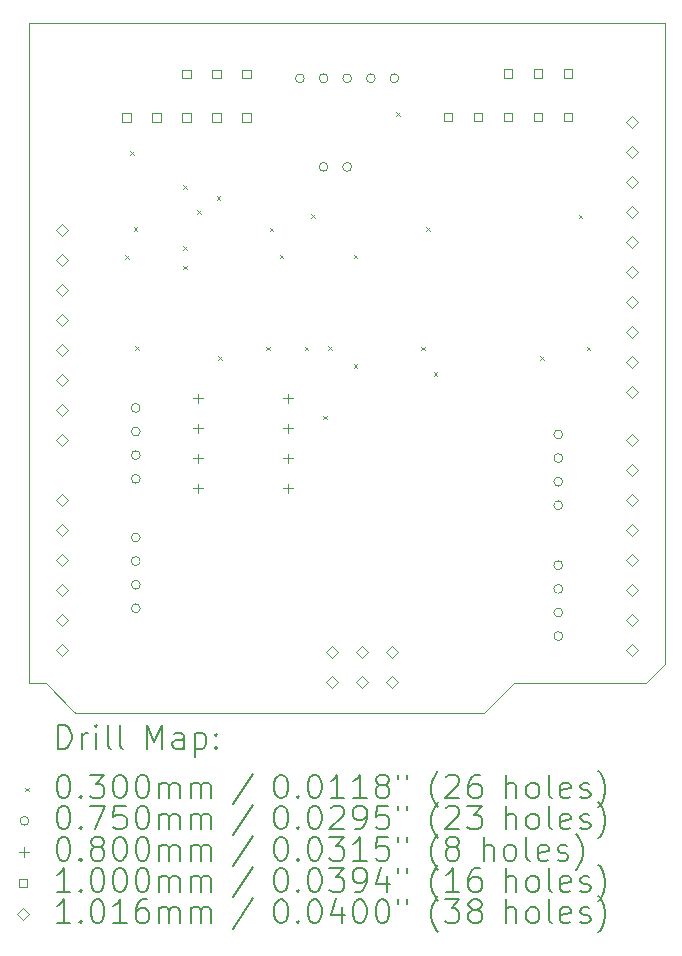
<source format=gbr>
%TF.GenerationSoftware,KiCad,Pcbnew,7.0.0*%
%TF.CreationDate,2023-02-28T23:46:12-08:00*%
%TF.ProjectId,KYBERNETES-CHASSIS-SHIELD,4b594245-524e-4455-9445-532d43484153,rev?*%
%TF.SameCoordinates,Original*%
%TF.FileFunction,Drillmap*%
%TF.FilePolarity,Positive*%
%FSLAX45Y45*%
G04 Gerber Fmt 4.5, Leading zero omitted, Abs format (unit mm)*
G04 Created by KiCad (PCBNEW 7.0.0) date 2023-02-28 23:46:12*
%MOMM*%
%LPD*%
G01*
G04 APERTURE LIST*
%ADD10C,0.100000*%
%ADD11C,0.200000*%
%ADD12C,0.030000*%
%ADD13C,0.075000*%
%ADD14C,0.080000*%
%ADD15C,0.101600*%
G04 APERTURE END LIST*
D10*
X17872500Y-12752500D02*
X17707500Y-12917500D01*
X12867500Y-13157500D02*
X12627500Y-12917500D01*
X17872500Y-7325000D02*
X17872500Y-12752500D01*
X16335000Y-13172500D02*
X12882500Y-13172500D01*
X12487500Y-7325000D02*
X17872500Y-7325000D01*
X17707500Y-12917500D02*
X16590000Y-12917500D01*
X12882500Y-13172500D02*
X12867500Y-13157500D01*
X16590000Y-12917500D02*
X16335000Y-13172500D01*
X12627500Y-12917500D02*
X12487500Y-12917500D01*
X12487500Y-7325000D02*
X12487500Y-12917500D01*
D11*
D12*
X13297500Y-9292500D02*
X13327500Y-9322500D01*
X13327500Y-9292500D02*
X13297500Y-9322500D01*
X13340000Y-8412500D02*
X13370000Y-8442500D01*
X13370000Y-8412500D02*
X13340000Y-8442500D01*
X13370000Y-9057500D02*
X13400000Y-9087500D01*
X13400000Y-9057500D02*
X13370000Y-9087500D01*
X13382500Y-10065000D02*
X13412500Y-10095000D01*
X13412500Y-10065000D02*
X13382500Y-10095000D01*
X13787500Y-9217500D02*
X13817500Y-9247500D01*
X13817500Y-9217500D02*
X13787500Y-9247500D01*
X13787500Y-9380000D02*
X13817500Y-9410000D01*
X13817500Y-9380000D02*
X13787500Y-9410000D01*
X13790000Y-8700000D02*
X13820000Y-8730000D01*
X13820000Y-8700000D02*
X13790000Y-8730000D01*
X13910000Y-8910000D02*
X13940000Y-8940000D01*
X13940000Y-8910000D02*
X13910000Y-8940000D01*
X14072500Y-8795000D02*
X14102500Y-8825000D01*
X14102500Y-8795000D02*
X14072500Y-8825000D01*
X14087500Y-10147500D02*
X14117500Y-10177500D01*
X14117500Y-10147500D02*
X14087500Y-10177500D01*
X14490000Y-10067500D02*
X14520000Y-10097500D01*
X14520000Y-10067500D02*
X14490000Y-10097500D01*
X14522500Y-9060000D02*
X14552500Y-9090000D01*
X14552500Y-9060000D02*
X14522500Y-9090000D01*
X14605000Y-9290000D02*
X14635000Y-9320000D01*
X14635000Y-9290000D02*
X14605000Y-9320000D01*
X14817500Y-10067500D02*
X14847500Y-10097500D01*
X14847500Y-10067500D02*
X14817500Y-10097500D01*
X14875000Y-8945000D02*
X14905000Y-8975000D01*
X14905000Y-8945000D02*
X14875000Y-8975000D01*
X14975000Y-10652500D02*
X15005000Y-10682500D01*
X15005000Y-10652500D02*
X14975000Y-10682500D01*
X15017500Y-10065000D02*
X15047500Y-10095000D01*
X15047500Y-10065000D02*
X15017500Y-10095000D01*
X15232500Y-9290000D02*
X15262500Y-9320000D01*
X15262500Y-9290000D02*
X15232500Y-9320000D01*
X15232500Y-10215000D02*
X15262500Y-10245000D01*
X15262500Y-10215000D02*
X15232500Y-10245000D01*
X15595000Y-8080000D02*
X15625000Y-8110000D01*
X15625000Y-8080000D02*
X15595000Y-8110000D01*
X15805000Y-10067500D02*
X15835000Y-10097500D01*
X15835000Y-10067500D02*
X15805000Y-10097500D01*
X15845000Y-9057500D02*
X15875000Y-9087500D01*
X15875000Y-9057500D02*
X15845000Y-9087500D01*
X15910000Y-10282500D02*
X15940000Y-10312500D01*
X15940000Y-10282500D02*
X15910000Y-10312500D01*
X16810000Y-10147500D02*
X16840000Y-10177500D01*
X16840000Y-10147500D02*
X16810000Y-10177500D01*
X17137500Y-8950000D02*
X17167500Y-8980000D01*
X17167500Y-8950000D02*
X17137500Y-8980000D01*
X17207500Y-10067500D02*
X17237500Y-10097500D01*
X17237500Y-10067500D02*
X17207500Y-10097500D01*
D13*
X13425000Y-10586000D02*
G75*
G03*
X13425000Y-10586000I-37500J0D01*
G01*
X13425000Y-10786000D02*
G75*
G03*
X13425000Y-10786000I-37500J0D01*
G01*
X13425000Y-10986000D02*
G75*
G03*
X13425000Y-10986000I-37500J0D01*
G01*
X13425000Y-11186000D02*
G75*
G03*
X13425000Y-11186000I-37500J0D01*
G01*
X13425000Y-11682500D02*
G75*
G03*
X13425000Y-11682500I-37500J0D01*
G01*
X13425000Y-11882500D02*
G75*
G03*
X13425000Y-11882500I-37500J0D01*
G01*
X13425000Y-12082500D02*
G75*
G03*
X13425000Y-12082500I-37500J0D01*
G01*
X13425000Y-12282500D02*
G75*
G03*
X13425000Y-12282500I-37500J0D01*
G01*
X14815000Y-7795000D02*
G75*
G03*
X14815000Y-7795000I-37500J0D01*
G01*
X15015000Y-7795000D02*
G75*
G03*
X15015000Y-7795000I-37500J0D01*
G01*
X15015000Y-8545000D02*
G75*
G03*
X15015000Y-8545000I-37500J0D01*
G01*
X15215000Y-7795000D02*
G75*
G03*
X15215000Y-7795000I-37500J0D01*
G01*
X15215000Y-8545000D02*
G75*
G03*
X15215000Y-8545000I-37500J0D01*
G01*
X15415000Y-7795000D02*
G75*
G03*
X15415000Y-7795000I-37500J0D01*
G01*
X15615000Y-7795000D02*
G75*
G03*
X15615000Y-7795000I-37500J0D01*
G01*
X17002500Y-10810000D02*
G75*
G03*
X17002500Y-10810000I-37500J0D01*
G01*
X17002500Y-11010000D02*
G75*
G03*
X17002500Y-11010000I-37500J0D01*
G01*
X17002500Y-11210000D02*
G75*
G03*
X17002500Y-11210000I-37500J0D01*
G01*
X17002500Y-11410000D02*
G75*
G03*
X17002500Y-11410000I-37500J0D01*
G01*
X17002500Y-11917500D02*
G75*
G03*
X17002500Y-11917500I-37500J0D01*
G01*
X17002500Y-12117500D02*
G75*
G03*
X17002500Y-12117500I-37500J0D01*
G01*
X17002500Y-12317500D02*
G75*
G03*
X17002500Y-12317500I-37500J0D01*
G01*
X17002500Y-12517500D02*
G75*
G03*
X17002500Y-12517500I-37500J0D01*
G01*
D14*
X13913000Y-10465500D02*
X13913000Y-10545500D01*
X13873000Y-10505500D02*
X13953000Y-10505500D01*
X13913000Y-10719500D02*
X13913000Y-10799500D01*
X13873000Y-10759500D02*
X13953000Y-10759500D01*
X13913000Y-10973500D02*
X13913000Y-11053500D01*
X13873000Y-11013500D02*
X13953000Y-11013500D01*
X13913000Y-11227500D02*
X13913000Y-11307500D01*
X13873000Y-11267500D02*
X13953000Y-11267500D01*
X14675000Y-10465500D02*
X14675000Y-10545500D01*
X14635000Y-10505500D02*
X14715000Y-10505500D01*
X14675000Y-10719500D02*
X14675000Y-10799500D01*
X14635000Y-10759500D02*
X14715000Y-10759500D01*
X14675000Y-10973500D02*
X14675000Y-11053500D01*
X14635000Y-11013500D02*
X14715000Y-11013500D01*
X14675000Y-11227500D02*
X14675000Y-11307500D01*
X14635000Y-11267500D02*
X14715000Y-11267500D01*
D10*
X13344356Y-8162868D02*
X13344356Y-8092156D01*
X13273644Y-8092156D01*
X13273644Y-8162868D01*
X13344356Y-8162868D01*
X13598356Y-8162868D02*
X13598356Y-8092156D01*
X13527644Y-8092156D01*
X13527644Y-8162868D01*
X13598356Y-8162868D01*
X13852356Y-7792868D02*
X13852356Y-7722156D01*
X13781644Y-7722156D01*
X13781644Y-7792868D01*
X13852356Y-7792868D01*
X13852356Y-8162868D02*
X13852356Y-8092156D01*
X13781644Y-8092156D01*
X13781644Y-8162868D01*
X13852356Y-8162868D01*
X14106356Y-7792868D02*
X14106356Y-7722156D01*
X14035644Y-7722156D01*
X14035644Y-7792868D01*
X14106356Y-7792868D01*
X14106356Y-8162868D02*
X14106356Y-8092156D01*
X14035644Y-8092156D01*
X14035644Y-8162868D01*
X14106356Y-8162868D01*
X14360356Y-7792868D02*
X14360356Y-7722156D01*
X14289644Y-7722156D01*
X14289644Y-7792868D01*
X14360356Y-7792868D01*
X14360356Y-8162868D02*
X14360356Y-8092156D01*
X14289644Y-8092156D01*
X14289644Y-8162868D01*
X14360356Y-8162868D01*
X16066356Y-8160368D02*
X16066356Y-8089656D01*
X15995644Y-8089656D01*
X15995644Y-8160368D01*
X16066356Y-8160368D01*
X16320356Y-8160368D02*
X16320356Y-8089656D01*
X16249644Y-8089656D01*
X16249644Y-8160368D01*
X16320356Y-8160368D01*
X16573856Y-7790368D02*
X16573856Y-7719656D01*
X16503144Y-7719656D01*
X16503144Y-7790368D01*
X16573856Y-7790368D01*
X16574356Y-8160368D02*
X16574356Y-8089656D01*
X16503644Y-8089656D01*
X16503644Y-8160368D01*
X16574356Y-8160368D01*
X16827856Y-7790368D02*
X16827856Y-7719656D01*
X16757144Y-7719656D01*
X16757144Y-7790368D01*
X16827856Y-7790368D01*
X16828356Y-8160368D02*
X16828356Y-8089656D01*
X16757644Y-8089656D01*
X16757644Y-8160368D01*
X16828356Y-8160368D01*
X17081856Y-7790368D02*
X17081856Y-7719656D01*
X17011144Y-7719656D01*
X17011144Y-7790368D01*
X17081856Y-7790368D01*
X17082356Y-8160368D02*
X17082356Y-8089656D01*
X17011644Y-8089656D01*
X17011644Y-8160368D01*
X17082356Y-8160368D01*
D15*
X12767000Y-9132788D02*
X12817800Y-9081988D01*
X12767000Y-9031188D01*
X12716200Y-9081988D01*
X12767000Y-9132788D01*
X12767000Y-9386788D02*
X12817800Y-9335988D01*
X12767000Y-9285188D01*
X12716200Y-9335988D01*
X12767000Y-9386788D01*
X12767000Y-9640788D02*
X12817800Y-9589988D01*
X12767000Y-9539188D01*
X12716200Y-9589988D01*
X12767000Y-9640788D01*
X12767000Y-9894788D02*
X12817800Y-9843988D01*
X12767000Y-9793188D01*
X12716200Y-9843988D01*
X12767000Y-9894788D01*
X12767000Y-10148788D02*
X12817800Y-10097988D01*
X12767000Y-10047188D01*
X12716200Y-10097988D01*
X12767000Y-10148788D01*
X12767000Y-10402788D02*
X12817800Y-10351988D01*
X12767000Y-10301188D01*
X12716200Y-10351988D01*
X12767000Y-10402788D01*
X12767000Y-10656788D02*
X12817800Y-10605988D01*
X12767000Y-10555188D01*
X12716200Y-10605988D01*
X12767000Y-10656788D01*
X12767000Y-10910788D02*
X12817800Y-10859988D01*
X12767000Y-10809188D01*
X12716200Y-10859988D01*
X12767000Y-10910788D01*
X12767000Y-11418788D02*
X12817800Y-11367988D01*
X12767000Y-11317188D01*
X12716200Y-11367988D01*
X12767000Y-11418788D01*
X12767000Y-11672788D02*
X12817800Y-11621988D01*
X12767000Y-11571188D01*
X12716200Y-11621988D01*
X12767000Y-11672788D01*
X12767000Y-11926788D02*
X12817800Y-11875988D01*
X12767000Y-11825188D01*
X12716200Y-11875988D01*
X12767000Y-11926788D01*
X12767000Y-12180788D02*
X12817800Y-12129988D01*
X12767000Y-12079188D01*
X12716200Y-12129988D01*
X12767000Y-12180788D01*
X12767000Y-12434788D02*
X12817800Y-12383988D01*
X12767000Y-12333188D01*
X12716200Y-12383988D01*
X12767000Y-12434788D01*
X12767000Y-12688788D02*
X12817800Y-12637988D01*
X12767000Y-12587188D01*
X12716200Y-12637988D01*
X12767000Y-12688788D01*
X15053000Y-12701488D02*
X15103800Y-12650688D01*
X15053000Y-12599888D01*
X15002200Y-12650688D01*
X15053000Y-12701488D01*
X15053000Y-12955488D02*
X15103800Y-12904688D01*
X15053000Y-12853888D01*
X15002200Y-12904688D01*
X15053000Y-12955488D01*
X15307000Y-12701488D02*
X15357800Y-12650688D01*
X15307000Y-12599888D01*
X15256200Y-12650688D01*
X15307000Y-12701488D01*
X15307000Y-12955488D02*
X15357800Y-12904688D01*
X15307000Y-12853888D01*
X15256200Y-12904688D01*
X15307000Y-12955488D01*
X15561000Y-12701488D02*
X15611800Y-12650688D01*
X15561000Y-12599888D01*
X15510200Y-12650688D01*
X15561000Y-12701488D01*
X15561000Y-12955488D02*
X15611800Y-12904688D01*
X15561000Y-12853888D01*
X15510200Y-12904688D01*
X15561000Y-12955488D01*
X17593000Y-8218388D02*
X17643800Y-8167588D01*
X17593000Y-8116788D01*
X17542200Y-8167588D01*
X17593000Y-8218388D01*
X17593000Y-8472388D02*
X17643800Y-8421588D01*
X17593000Y-8370788D01*
X17542200Y-8421588D01*
X17593000Y-8472388D01*
X17593000Y-8726388D02*
X17643800Y-8675588D01*
X17593000Y-8624788D01*
X17542200Y-8675588D01*
X17593000Y-8726388D01*
X17593000Y-8980388D02*
X17643800Y-8929588D01*
X17593000Y-8878788D01*
X17542200Y-8929588D01*
X17593000Y-8980388D01*
X17593000Y-9234388D02*
X17643800Y-9183588D01*
X17593000Y-9132788D01*
X17542200Y-9183588D01*
X17593000Y-9234388D01*
X17593000Y-9488388D02*
X17643800Y-9437588D01*
X17593000Y-9386788D01*
X17542200Y-9437588D01*
X17593000Y-9488388D01*
X17593000Y-9742388D02*
X17643800Y-9691588D01*
X17593000Y-9640788D01*
X17542200Y-9691588D01*
X17593000Y-9742388D01*
X17593000Y-9996388D02*
X17643800Y-9945588D01*
X17593000Y-9894788D01*
X17542200Y-9945588D01*
X17593000Y-9996388D01*
X17593000Y-10250388D02*
X17643800Y-10199588D01*
X17593000Y-10148788D01*
X17542200Y-10199588D01*
X17593000Y-10250388D01*
X17593000Y-10504388D02*
X17643800Y-10453588D01*
X17593000Y-10402788D01*
X17542200Y-10453588D01*
X17593000Y-10504388D01*
X17593000Y-10910788D02*
X17643800Y-10859988D01*
X17593000Y-10809188D01*
X17542200Y-10859988D01*
X17593000Y-10910788D01*
X17593000Y-11164788D02*
X17643800Y-11113988D01*
X17593000Y-11063188D01*
X17542200Y-11113988D01*
X17593000Y-11164788D01*
X17593000Y-11418788D02*
X17643800Y-11367988D01*
X17593000Y-11317188D01*
X17542200Y-11367988D01*
X17593000Y-11418788D01*
X17593000Y-11672788D02*
X17643800Y-11621988D01*
X17593000Y-11571188D01*
X17542200Y-11621988D01*
X17593000Y-11672788D01*
X17593000Y-11926788D02*
X17643800Y-11875988D01*
X17593000Y-11825188D01*
X17542200Y-11875988D01*
X17593000Y-11926788D01*
X17593000Y-12180788D02*
X17643800Y-12129988D01*
X17593000Y-12079188D01*
X17542200Y-12129988D01*
X17593000Y-12180788D01*
X17593000Y-12434788D02*
X17643800Y-12383988D01*
X17593000Y-12333188D01*
X17542200Y-12383988D01*
X17593000Y-12434788D01*
X17593000Y-12688788D02*
X17643800Y-12637988D01*
X17593000Y-12587188D01*
X17542200Y-12637988D01*
X17593000Y-12688788D01*
D11*
X12730119Y-13470976D02*
X12730119Y-13270976D01*
X12730119Y-13270976D02*
X12777738Y-13270976D01*
X12777738Y-13270976D02*
X12806309Y-13280500D01*
X12806309Y-13280500D02*
X12825357Y-13299548D01*
X12825357Y-13299548D02*
X12834881Y-13318595D01*
X12834881Y-13318595D02*
X12844405Y-13356690D01*
X12844405Y-13356690D02*
X12844405Y-13385262D01*
X12844405Y-13385262D02*
X12834881Y-13423357D01*
X12834881Y-13423357D02*
X12825357Y-13442405D01*
X12825357Y-13442405D02*
X12806309Y-13461452D01*
X12806309Y-13461452D02*
X12777738Y-13470976D01*
X12777738Y-13470976D02*
X12730119Y-13470976D01*
X12930119Y-13470976D02*
X12930119Y-13337643D01*
X12930119Y-13375738D02*
X12939643Y-13356690D01*
X12939643Y-13356690D02*
X12949167Y-13347167D01*
X12949167Y-13347167D02*
X12968214Y-13337643D01*
X12968214Y-13337643D02*
X12987262Y-13337643D01*
X13053928Y-13470976D02*
X13053928Y-13337643D01*
X13053928Y-13270976D02*
X13044405Y-13280500D01*
X13044405Y-13280500D02*
X13053928Y-13290024D01*
X13053928Y-13290024D02*
X13063452Y-13280500D01*
X13063452Y-13280500D02*
X13053928Y-13270976D01*
X13053928Y-13270976D02*
X13053928Y-13290024D01*
X13177738Y-13470976D02*
X13158690Y-13461452D01*
X13158690Y-13461452D02*
X13149167Y-13442405D01*
X13149167Y-13442405D02*
X13149167Y-13270976D01*
X13282500Y-13470976D02*
X13263452Y-13461452D01*
X13263452Y-13461452D02*
X13253928Y-13442405D01*
X13253928Y-13442405D02*
X13253928Y-13270976D01*
X13478690Y-13470976D02*
X13478690Y-13270976D01*
X13478690Y-13270976D02*
X13545357Y-13413833D01*
X13545357Y-13413833D02*
X13612024Y-13270976D01*
X13612024Y-13270976D02*
X13612024Y-13470976D01*
X13792976Y-13470976D02*
X13792976Y-13366214D01*
X13792976Y-13366214D02*
X13783452Y-13347167D01*
X13783452Y-13347167D02*
X13764405Y-13337643D01*
X13764405Y-13337643D02*
X13726309Y-13337643D01*
X13726309Y-13337643D02*
X13707262Y-13347167D01*
X13792976Y-13461452D02*
X13773928Y-13470976D01*
X13773928Y-13470976D02*
X13726309Y-13470976D01*
X13726309Y-13470976D02*
X13707262Y-13461452D01*
X13707262Y-13461452D02*
X13697738Y-13442405D01*
X13697738Y-13442405D02*
X13697738Y-13423357D01*
X13697738Y-13423357D02*
X13707262Y-13404309D01*
X13707262Y-13404309D02*
X13726309Y-13394786D01*
X13726309Y-13394786D02*
X13773928Y-13394786D01*
X13773928Y-13394786D02*
X13792976Y-13385262D01*
X13888214Y-13337643D02*
X13888214Y-13537643D01*
X13888214Y-13347167D02*
X13907262Y-13337643D01*
X13907262Y-13337643D02*
X13945357Y-13337643D01*
X13945357Y-13337643D02*
X13964405Y-13347167D01*
X13964405Y-13347167D02*
X13973928Y-13356690D01*
X13973928Y-13356690D02*
X13983452Y-13375738D01*
X13983452Y-13375738D02*
X13983452Y-13432881D01*
X13983452Y-13432881D02*
X13973928Y-13451928D01*
X13973928Y-13451928D02*
X13964405Y-13461452D01*
X13964405Y-13461452D02*
X13945357Y-13470976D01*
X13945357Y-13470976D02*
X13907262Y-13470976D01*
X13907262Y-13470976D02*
X13888214Y-13461452D01*
X14069167Y-13451928D02*
X14078690Y-13461452D01*
X14078690Y-13461452D02*
X14069167Y-13470976D01*
X14069167Y-13470976D02*
X14059643Y-13461452D01*
X14059643Y-13461452D02*
X14069167Y-13451928D01*
X14069167Y-13451928D02*
X14069167Y-13470976D01*
X14069167Y-13347167D02*
X14078690Y-13356690D01*
X14078690Y-13356690D02*
X14069167Y-13366214D01*
X14069167Y-13366214D02*
X14059643Y-13356690D01*
X14059643Y-13356690D02*
X14069167Y-13347167D01*
X14069167Y-13347167D02*
X14069167Y-13366214D01*
D12*
X12452500Y-13802500D02*
X12482500Y-13832500D01*
X12482500Y-13802500D02*
X12452500Y-13832500D01*
D11*
X12768214Y-13690976D02*
X12787262Y-13690976D01*
X12787262Y-13690976D02*
X12806309Y-13700500D01*
X12806309Y-13700500D02*
X12815833Y-13710024D01*
X12815833Y-13710024D02*
X12825357Y-13729071D01*
X12825357Y-13729071D02*
X12834881Y-13767167D01*
X12834881Y-13767167D02*
X12834881Y-13814786D01*
X12834881Y-13814786D02*
X12825357Y-13852881D01*
X12825357Y-13852881D02*
X12815833Y-13871928D01*
X12815833Y-13871928D02*
X12806309Y-13881452D01*
X12806309Y-13881452D02*
X12787262Y-13890976D01*
X12787262Y-13890976D02*
X12768214Y-13890976D01*
X12768214Y-13890976D02*
X12749167Y-13881452D01*
X12749167Y-13881452D02*
X12739643Y-13871928D01*
X12739643Y-13871928D02*
X12730119Y-13852881D01*
X12730119Y-13852881D02*
X12720595Y-13814786D01*
X12720595Y-13814786D02*
X12720595Y-13767167D01*
X12720595Y-13767167D02*
X12730119Y-13729071D01*
X12730119Y-13729071D02*
X12739643Y-13710024D01*
X12739643Y-13710024D02*
X12749167Y-13700500D01*
X12749167Y-13700500D02*
X12768214Y-13690976D01*
X12920595Y-13871928D02*
X12930119Y-13881452D01*
X12930119Y-13881452D02*
X12920595Y-13890976D01*
X12920595Y-13890976D02*
X12911071Y-13881452D01*
X12911071Y-13881452D02*
X12920595Y-13871928D01*
X12920595Y-13871928D02*
X12920595Y-13890976D01*
X12996786Y-13690976D02*
X13120595Y-13690976D01*
X13120595Y-13690976D02*
X13053928Y-13767167D01*
X13053928Y-13767167D02*
X13082500Y-13767167D01*
X13082500Y-13767167D02*
X13101548Y-13776690D01*
X13101548Y-13776690D02*
X13111071Y-13786214D01*
X13111071Y-13786214D02*
X13120595Y-13805262D01*
X13120595Y-13805262D02*
X13120595Y-13852881D01*
X13120595Y-13852881D02*
X13111071Y-13871928D01*
X13111071Y-13871928D02*
X13101548Y-13881452D01*
X13101548Y-13881452D02*
X13082500Y-13890976D01*
X13082500Y-13890976D02*
X13025357Y-13890976D01*
X13025357Y-13890976D02*
X13006309Y-13881452D01*
X13006309Y-13881452D02*
X12996786Y-13871928D01*
X13244405Y-13690976D02*
X13263452Y-13690976D01*
X13263452Y-13690976D02*
X13282500Y-13700500D01*
X13282500Y-13700500D02*
X13292024Y-13710024D01*
X13292024Y-13710024D02*
X13301548Y-13729071D01*
X13301548Y-13729071D02*
X13311071Y-13767167D01*
X13311071Y-13767167D02*
X13311071Y-13814786D01*
X13311071Y-13814786D02*
X13301548Y-13852881D01*
X13301548Y-13852881D02*
X13292024Y-13871928D01*
X13292024Y-13871928D02*
X13282500Y-13881452D01*
X13282500Y-13881452D02*
X13263452Y-13890976D01*
X13263452Y-13890976D02*
X13244405Y-13890976D01*
X13244405Y-13890976D02*
X13225357Y-13881452D01*
X13225357Y-13881452D02*
X13215833Y-13871928D01*
X13215833Y-13871928D02*
X13206309Y-13852881D01*
X13206309Y-13852881D02*
X13196786Y-13814786D01*
X13196786Y-13814786D02*
X13196786Y-13767167D01*
X13196786Y-13767167D02*
X13206309Y-13729071D01*
X13206309Y-13729071D02*
X13215833Y-13710024D01*
X13215833Y-13710024D02*
X13225357Y-13700500D01*
X13225357Y-13700500D02*
X13244405Y-13690976D01*
X13434881Y-13690976D02*
X13453929Y-13690976D01*
X13453929Y-13690976D02*
X13472976Y-13700500D01*
X13472976Y-13700500D02*
X13482500Y-13710024D01*
X13482500Y-13710024D02*
X13492024Y-13729071D01*
X13492024Y-13729071D02*
X13501548Y-13767167D01*
X13501548Y-13767167D02*
X13501548Y-13814786D01*
X13501548Y-13814786D02*
X13492024Y-13852881D01*
X13492024Y-13852881D02*
X13482500Y-13871928D01*
X13482500Y-13871928D02*
X13472976Y-13881452D01*
X13472976Y-13881452D02*
X13453929Y-13890976D01*
X13453929Y-13890976D02*
X13434881Y-13890976D01*
X13434881Y-13890976D02*
X13415833Y-13881452D01*
X13415833Y-13881452D02*
X13406309Y-13871928D01*
X13406309Y-13871928D02*
X13396786Y-13852881D01*
X13396786Y-13852881D02*
X13387262Y-13814786D01*
X13387262Y-13814786D02*
X13387262Y-13767167D01*
X13387262Y-13767167D02*
X13396786Y-13729071D01*
X13396786Y-13729071D02*
X13406309Y-13710024D01*
X13406309Y-13710024D02*
X13415833Y-13700500D01*
X13415833Y-13700500D02*
X13434881Y-13690976D01*
X13587262Y-13890976D02*
X13587262Y-13757643D01*
X13587262Y-13776690D02*
X13596786Y-13767167D01*
X13596786Y-13767167D02*
X13615833Y-13757643D01*
X13615833Y-13757643D02*
X13644405Y-13757643D01*
X13644405Y-13757643D02*
X13663452Y-13767167D01*
X13663452Y-13767167D02*
X13672976Y-13786214D01*
X13672976Y-13786214D02*
X13672976Y-13890976D01*
X13672976Y-13786214D02*
X13682500Y-13767167D01*
X13682500Y-13767167D02*
X13701548Y-13757643D01*
X13701548Y-13757643D02*
X13730119Y-13757643D01*
X13730119Y-13757643D02*
X13749167Y-13767167D01*
X13749167Y-13767167D02*
X13758690Y-13786214D01*
X13758690Y-13786214D02*
X13758690Y-13890976D01*
X13853929Y-13890976D02*
X13853929Y-13757643D01*
X13853929Y-13776690D02*
X13863452Y-13767167D01*
X13863452Y-13767167D02*
X13882500Y-13757643D01*
X13882500Y-13757643D02*
X13911071Y-13757643D01*
X13911071Y-13757643D02*
X13930119Y-13767167D01*
X13930119Y-13767167D02*
X13939643Y-13786214D01*
X13939643Y-13786214D02*
X13939643Y-13890976D01*
X13939643Y-13786214D02*
X13949167Y-13767167D01*
X13949167Y-13767167D02*
X13968214Y-13757643D01*
X13968214Y-13757643D02*
X13996786Y-13757643D01*
X13996786Y-13757643D02*
X14015833Y-13767167D01*
X14015833Y-13767167D02*
X14025357Y-13786214D01*
X14025357Y-13786214D02*
X14025357Y-13890976D01*
X14383452Y-13681452D02*
X14212024Y-13938595D01*
X14608214Y-13690976D02*
X14627262Y-13690976D01*
X14627262Y-13690976D02*
X14646310Y-13700500D01*
X14646310Y-13700500D02*
X14655833Y-13710024D01*
X14655833Y-13710024D02*
X14665357Y-13729071D01*
X14665357Y-13729071D02*
X14674881Y-13767167D01*
X14674881Y-13767167D02*
X14674881Y-13814786D01*
X14674881Y-13814786D02*
X14665357Y-13852881D01*
X14665357Y-13852881D02*
X14655833Y-13871928D01*
X14655833Y-13871928D02*
X14646310Y-13881452D01*
X14646310Y-13881452D02*
X14627262Y-13890976D01*
X14627262Y-13890976D02*
X14608214Y-13890976D01*
X14608214Y-13890976D02*
X14589167Y-13881452D01*
X14589167Y-13881452D02*
X14579643Y-13871928D01*
X14579643Y-13871928D02*
X14570119Y-13852881D01*
X14570119Y-13852881D02*
X14560595Y-13814786D01*
X14560595Y-13814786D02*
X14560595Y-13767167D01*
X14560595Y-13767167D02*
X14570119Y-13729071D01*
X14570119Y-13729071D02*
X14579643Y-13710024D01*
X14579643Y-13710024D02*
X14589167Y-13700500D01*
X14589167Y-13700500D02*
X14608214Y-13690976D01*
X14760595Y-13871928D02*
X14770119Y-13881452D01*
X14770119Y-13881452D02*
X14760595Y-13890976D01*
X14760595Y-13890976D02*
X14751071Y-13881452D01*
X14751071Y-13881452D02*
X14760595Y-13871928D01*
X14760595Y-13871928D02*
X14760595Y-13890976D01*
X14893929Y-13690976D02*
X14912976Y-13690976D01*
X14912976Y-13690976D02*
X14932024Y-13700500D01*
X14932024Y-13700500D02*
X14941548Y-13710024D01*
X14941548Y-13710024D02*
X14951071Y-13729071D01*
X14951071Y-13729071D02*
X14960595Y-13767167D01*
X14960595Y-13767167D02*
X14960595Y-13814786D01*
X14960595Y-13814786D02*
X14951071Y-13852881D01*
X14951071Y-13852881D02*
X14941548Y-13871928D01*
X14941548Y-13871928D02*
X14932024Y-13881452D01*
X14932024Y-13881452D02*
X14912976Y-13890976D01*
X14912976Y-13890976D02*
X14893929Y-13890976D01*
X14893929Y-13890976D02*
X14874881Y-13881452D01*
X14874881Y-13881452D02*
X14865357Y-13871928D01*
X14865357Y-13871928D02*
X14855833Y-13852881D01*
X14855833Y-13852881D02*
X14846310Y-13814786D01*
X14846310Y-13814786D02*
X14846310Y-13767167D01*
X14846310Y-13767167D02*
X14855833Y-13729071D01*
X14855833Y-13729071D02*
X14865357Y-13710024D01*
X14865357Y-13710024D02*
X14874881Y-13700500D01*
X14874881Y-13700500D02*
X14893929Y-13690976D01*
X15151071Y-13890976D02*
X15036786Y-13890976D01*
X15093929Y-13890976D02*
X15093929Y-13690976D01*
X15093929Y-13690976D02*
X15074881Y-13719548D01*
X15074881Y-13719548D02*
X15055833Y-13738595D01*
X15055833Y-13738595D02*
X15036786Y-13748119D01*
X15341548Y-13890976D02*
X15227262Y-13890976D01*
X15284405Y-13890976D02*
X15284405Y-13690976D01*
X15284405Y-13690976D02*
X15265357Y-13719548D01*
X15265357Y-13719548D02*
X15246310Y-13738595D01*
X15246310Y-13738595D02*
X15227262Y-13748119D01*
X15455833Y-13776690D02*
X15436786Y-13767167D01*
X15436786Y-13767167D02*
X15427262Y-13757643D01*
X15427262Y-13757643D02*
X15417738Y-13738595D01*
X15417738Y-13738595D02*
X15417738Y-13729071D01*
X15417738Y-13729071D02*
X15427262Y-13710024D01*
X15427262Y-13710024D02*
X15436786Y-13700500D01*
X15436786Y-13700500D02*
X15455833Y-13690976D01*
X15455833Y-13690976D02*
X15493929Y-13690976D01*
X15493929Y-13690976D02*
X15512976Y-13700500D01*
X15512976Y-13700500D02*
X15522500Y-13710024D01*
X15522500Y-13710024D02*
X15532024Y-13729071D01*
X15532024Y-13729071D02*
X15532024Y-13738595D01*
X15532024Y-13738595D02*
X15522500Y-13757643D01*
X15522500Y-13757643D02*
X15512976Y-13767167D01*
X15512976Y-13767167D02*
X15493929Y-13776690D01*
X15493929Y-13776690D02*
X15455833Y-13776690D01*
X15455833Y-13776690D02*
X15436786Y-13786214D01*
X15436786Y-13786214D02*
X15427262Y-13795738D01*
X15427262Y-13795738D02*
X15417738Y-13814786D01*
X15417738Y-13814786D02*
X15417738Y-13852881D01*
X15417738Y-13852881D02*
X15427262Y-13871928D01*
X15427262Y-13871928D02*
X15436786Y-13881452D01*
X15436786Y-13881452D02*
X15455833Y-13890976D01*
X15455833Y-13890976D02*
X15493929Y-13890976D01*
X15493929Y-13890976D02*
X15512976Y-13881452D01*
X15512976Y-13881452D02*
X15522500Y-13871928D01*
X15522500Y-13871928D02*
X15532024Y-13852881D01*
X15532024Y-13852881D02*
X15532024Y-13814786D01*
X15532024Y-13814786D02*
X15522500Y-13795738D01*
X15522500Y-13795738D02*
X15512976Y-13786214D01*
X15512976Y-13786214D02*
X15493929Y-13776690D01*
X15608214Y-13690976D02*
X15608214Y-13729071D01*
X15684405Y-13690976D02*
X15684405Y-13729071D01*
X15947262Y-13967167D02*
X15937738Y-13957643D01*
X15937738Y-13957643D02*
X15918691Y-13929071D01*
X15918691Y-13929071D02*
X15909167Y-13910024D01*
X15909167Y-13910024D02*
X15899643Y-13881452D01*
X15899643Y-13881452D02*
X15890119Y-13833833D01*
X15890119Y-13833833D02*
X15890119Y-13795738D01*
X15890119Y-13795738D02*
X15899643Y-13748119D01*
X15899643Y-13748119D02*
X15909167Y-13719548D01*
X15909167Y-13719548D02*
X15918691Y-13700500D01*
X15918691Y-13700500D02*
X15937738Y-13671928D01*
X15937738Y-13671928D02*
X15947262Y-13662405D01*
X16013929Y-13710024D02*
X16023452Y-13700500D01*
X16023452Y-13700500D02*
X16042500Y-13690976D01*
X16042500Y-13690976D02*
X16090119Y-13690976D01*
X16090119Y-13690976D02*
X16109167Y-13700500D01*
X16109167Y-13700500D02*
X16118691Y-13710024D01*
X16118691Y-13710024D02*
X16128214Y-13729071D01*
X16128214Y-13729071D02*
X16128214Y-13748119D01*
X16128214Y-13748119D02*
X16118691Y-13776690D01*
X16118691Y-13776690D02*
X16004405Y-13890976D01*
X16004405Y-13890976D02*
X16128214Y-13890976D01*
X16299643Y-13690976D02*
X16261548Y-13690976D01*
X16261548Y-13690976D02*
X16242500Y-13700500D01*
X16242500Y-13700500D02*
X16232976Y-13710024D01*
X16232976Y-13710024D02*
X16213929Y-13738595D01*
X16213929Y-13738595D02*
X16204405Y-13776690D01*
X16204405Y-13776690D02*
X16204405Y-13852881D01*
X16204405Y-13852881D02*
X16213929Y-13871928D01*
X16213929Y-13871928D02*
X16223452Y-13881452D01*
X16223452Y-13881452D02*
X16242500Y-13890976D01*
X16242500Y-13890976D02*
X16280595Y-13890976D01*
X16280595Y-13890976D02*
X16299643Y-13881452D01*
X16299643Y-13881452D02*
X16309167Y-13871928D01*
X16309167Y-13871928D02*
X16318691Y-13852881D01*
X16318691Y-13852881D02*
X16318691Y-13805262D01*
X16318691Y-13805262D02*
X16309167Y-13786214D01*
X16309167Y-13786214D02*
X16299643Y-13776690D01*
X16299643Y-13776690D02*
X16280595Y-13767167D01*
X16280595Y-13767167D02*
X16242500Y-13767167D01*
X16242500Y-13767167D02*
X16223452Y-13776690D01*
X16223452Y-13776690D02*
X16213929Y-13786214D01*
X16213929Y-13786214D02*
X16204405Y-13805262D01*
X16524405Y-13890976D02*
X16524405Y-13690976D01*
X16610119Y-13890976D02*
X16610119Y-13786214D01*
X16610119Y-13786214D02*
X16600595Y-13767167D01*
X16600595Y-13767167D02*
X16581548Y-13757643D01*
X16581548Y-13757643D02*
X16552976Y-13757643D01*
X16552976Y-13757643D02*
X16533929Y-13767167D01*
X16533929Y-13767167D02*
X16524405Y-13776690D01*
X16733929Y-13890976D02*
X16714881Y-13881452D01*
X16714881Y-13881452D02*
X16705357Y-13871928D01*
X16705357Y-13871928D02*
X16695833Y-13852881D01*
X16695833Y-13852881D02*
X16695833Y-13795738D01*
X16695833Y-13795738D02*
X16705357Y-13776690D01*
X16705357Y-13776690D02*
X16714881Y-13767167D01*
X16714881Y-13767167D02*
X16733929Y-13757643D01*
X16733929Y-13757643D02*
X16762500Y-13757643D01*
X16762500Y-13757643D02*
X16781548Y-13767167D01*
X16781548Y-13767167D02*
X16791072Y-13776690D01*
X16791072Y-13776690D02*
X16800595Y-13795738D01*
X16800595Y-13795738D02*
X16800595Y-13852881D01*
X16800595Y-13852881D02*
X16791072Y-13871928D01*
X16791072Y-13871928D02*
X16781548Y-13881452D01*
X16781548Y-13881452D02*
X16762500Y-13890976D01*
X16762500Y-13890976D02*
X16733929Y-13890976D01*
X16914881Y-13890976D02*
X16895834Y-13881452D01*
X16895834Y-13881452D02*
X16886310Y-13862405D01*
X16886310Y-13862405D02*
X16886310Y-13690976D01*
X17067262Y-13881452D02*
X17048215Y-13890976D01*
X17048215Y-13890976D02*
X17010119Y-13890976D01*
X17010119Y-13890976D02*
X16991072Y-13881452D01*
X16991072Y-13881452D02*
X16981548Y-13862405D01*
X16981548Y-13862405D02*
X16981548Y-13786214D01*
X16981548Y-13786214D02*
X16991072Y-13767167D01*
X16991072Y-13767167D02*
X17010119Y-13757643D01*
X17010119Y-13757643D02*
X17048215Y-13757643D01*
X17048215Y-13757643D02*
X17067262Y-13767167D01*
X17067262Y-13767167D02*
X17076786Y-13786214D01*
X17076786Y-13786214D02*
X17076786Y-13805262D01*
X17076786Y-13805262D02*
X16981548Y-13824309D01*
X17152976Y-13881452D02*
X17172024Y-13890976D01*
X17172024Y-13890976D02*
X17210119Y-13890976D01*
X17210119Y-13890976D02*
X17229167Y-13881452D01*
X17229167Y-13881452D02*
X17238691Y-13862405D01*
X17238691Y-13862405D02*
X17238691Y-13852881D01*
X17238691Y-13852881D02*
X17229167Y-13833833D01*
X17229167Y-13833833D02*
X17210119Y-13824309D01*
X17210119Y-13824309D02*
X17181548Y-13824309D01*
X17181548Y-13824309D02*
X17162500Y-13814786D01*
X17162500Y-13814786D02*
X17152976Y-13795738D01*
X17152976Y-13795738D02*
X17152976Y-13786214D01*
X17152976Y-13786214D02*
X17162500Y-13767167D01*
X17162500Y-13767167D02*
X17181548Y-13757643D01*
X17181548Y-13757643D02*
X17210119Y-13757643D01*
X17210119Y-13757643D02*
X17229167Y-13767167D01*
X17305357Y-13967167D02*
X17314881Y-13957643D01*
X17314881Y-13957643D02*
X17333929Y-13929071D01*
X17333929Y-13929071D02*
X17343453Y-13910024D01*
X17343453Y-13910024D02*
X17352976Y-13881452D01*
X17352976Y-13881452D02*
X17362500Y-13833833D01*
X17362500Y-13833833D02*
X17362500Y-13795738D01*
X17362500Y-13795738D02*
X17352976Y-13748119D01*
X17352976Y-13748119D02*
X17343453Y-13719548D01*
X17343453Y-13719548D02*
X17333929Y-13700500D01*
X17333929Y-13700500D02*
X17314881Y-13671928D01*
X17314881Y-13671928D02*
X17305357Y-13662405D01*
D13*
X12482500Y-14081500D02*
G75*
G03*
X12482500Y-14081500I-37500J0D01*
G01*
D11*
X12768214Y-13954976D02*
X12787262Y-13954976D01*
X12787262Y-13954976D02*
X12806309Y-13964500D01*
X12806309Y-13964500D02*
X12815833Y-13974024D01*
X12815833Y-13974024D02*
X12825357Y-13993071D01*
X12825357Y-13993071D02*
X12834881Y-14031167D01*
X12834881Y-14031167D02*
X12834881Y-14078786D01*
X12834881Y-14078786D02*
X12825357Y-14116881D01*
X12825357Y-14116881D02*
X12815833Y-14135928D01*
X12815833Y-14135928D02*
X12806309Y-14145452D01*
X12806309Y-14145452D02*
X12787262Y-14154976D01*
X12787262Y-14154976D02*
X12768214Y-14154976D01*
X12768214Y-14154976D02*
X12749167Y-14145452D01*
X12749167Y-14145452D02*
X12739643Y-14135928D01*
X12739643Y-14135928D02*
X12730119Y-14116881D01*
X12730119Y-14116881D02*
X12720595Y-14078786D01*
X12720595Y-14078786D02*
X12720595Y-14031167D01*
X12720595Y-14031167D02*
X12730119Y-13993071D01*
X12730119Y-13993071D02*
X12739643Y-13974024D01*
X12739643Y-13974024D02*
X12749167Y-13964500D01*
X12749167Y-13964500D02*
X12768214Y-13954976D01*
X12920595Y-14135928D02*
X12930119Y-14145452D01*
X12930119Y-14145452D02*
X12920595Y-14154976D01*
X12920595Y-14154976D02*
X12911071Y-14145452D01*
X12911071Y-14145452D02*
X12920595Y-14135928D01*
X12920595Y-14135928D02*
X12920595Y-14154976D01*
X12996786Y-13954976D02*
X13130119Y-13954976D01*
X13130119Y-13954976D02*
X13044405Y-14154976D01*
X13301548Y-13954976D02*
X13206309Y-13954976D01*
X13206309Y-13954976D02*
X13196786Y-14050214D01*
X13196786Y-14050214D02*
X13206309Y-14040690D01*
X13206309Y-14040690D02*
X13225357Y-14031167D01*
X13225357Y-14031167D02*
X13272976Y-14031167D01*
X13272976Y-14031167D02*
X13292024Y-14040690D01*
X13292024Y-14040690D02*
X13301548Y-14050214D01*
X13301548Y-14050214D02*
X13311071Y-14069262D01*
X13311071Y-14069262D02*
X13311071Y-14116881D01*
X13311071Y-14116881D02*
X13301548Y-14135928D01*
X13301548Y-14135928D02*
X13292024Y-14145452D01*
X13292024Y-14145452D02*
X13272976Y-14154976D01*
X13272976Y-14154976D02*
X13225357Y-14154976D01*
X13225357Y-14154976D02*
X13206309Y-14145452D01*
X13206309Y-14145452D02*
X13196786Y-14135928D01*
X13434881Y-13954976D02*
X13453929Y-13954976D01*
X13453929Y-13954976D02*
X13472976Y-13964500D01*
X13472976Y-13964500D02*
X13482500Y-13974024D01*
X13482500Y-13974024D02*
X13492024Y-13993071D01*
X13492024Y-13993071D02*
X13501548Y-14031167D01*
X13501548Y-14031167D02*
X13501548Y-14078786D01*
X13501548Y-14078786D02*
X13492024Y-14116881D01*
X13492024Y-14116881D02*
X13482500Y-14135928D01*
X13482500Y-14135928D02*
X13472976Y-14145452D01*
X13472976Y-14145452D02*
X13453929Y-14154976D01*
X13453929Y-14154976D02*
X13434881Y-14154976D01*
X13434881Y-14154976D02*
X13415833Y-14145452D01*
X13415833Y-14145452D02*
X13406309Y-14135928D01*
X13406309Y-14135928D02*
X13396786Y-14116881D01*
X13396786Y-14116881D02*
X13387262Y-14078786D01*
X13387262Y-14078786D02*
X13387262Y-14031167D01*
X13387262Y-14031167D02*
X13396786Y-13993071D01*
X13396786Y-13993071D02*
X13406309Y-13974024D01*
X13406309Y-13974024D02*
X13415833Y-13964500D01*
X13415833Y-13964500D02*
X13434881Y-13954976D01*
X13587262Y-14154976D02*
X13587262Y-14021643D01*
X13587262Y-14040690D02*
X13596786Y-14031167D01*
X13596786Y-14031167D02*
X13615833Y-14021643D01*
X13615833Y-14021643D02*
X13644405Y-14021643D01*
X13644405Y-14021643D02*
X13663452Y-14031167D01*
X13663452Y-14031167D02*
X13672976Y-14050214D01*
X13672976Y-14050214D02*
X13672976Y-14154976D01*
X13672976Y-14050214D02*
X13682500Y-14031167D01*
X13682500Y-14031167D02*
X13701548Y-14021643D01*
X13701548Y-14021643D02*
X13730119Y-14021643D01*
X13730119Y-14021643D02*
X13749167Y-14031167D01*
X13749167Y-14031167D02*
X13758690Y-14050214D01*
X13758690Y-14050214D02*
X13758690Y-14154976D01*
X13853929Y-14154976D02*
X13853929Y-14021643D01*
X13853929Y-14040690D02*
X13863452Y-14031167D01*
X13863452Y-14031167D02*
X13882500Y-14021643D01*
X13882500Y-14021643D02*
X13911071Y-14021643D01*
X13911071Y-14021643D02*
X13930119Y-14031167D01*
X13930119Y-14031167D02*
X13939643Y-14050214D01*
X13939643Y-14050214D02*
X13939643Y-14154976D01*
X13939643Y-14050214D02*
X13949167Y-14031167D01*
X13949167Y-14031167D02*
X13968214Y-14021643D01*
X13968214Y-14021643D02*
X13996786Y-14021643D01*
X13996786Y-14021643D02*
X14015833Y-14031167D01*
X14015833Y-14031167D02*
X14025357Y-14050214D01*
X14025357Y-14050214D02*
X14025357Y-14154976D01*
X14383452Y-13945452D02*
X14212024Y-14202595D01*
X14608214Y-13954976D02*
X14627262Y-13954976D01*
X14627262Y-13954976D02*
X14646310Y-13964500D01*
X14646310Y-13964500D02*
X14655833Y-13974024D01*
X14655833Y-13974024D02*
X14665357Y-13993071D01*
X14665357Y-13993071D02*
X14674881Y-14031167D01*
X14674881Y-14031167D02*
X14674881Y-14078786D01*
X14674881Y-14078786D02*
X14665357Y-14116881D01*
X14665357Y-14116881D02*
X14655833Y-14135928D01*
X14655833Y-14135928D02*
X14646310Y-14145452D01*
X14646310Y-14145452D02*
X14627262Y-14154976D01*
X14627262Y-14154976D02*
X14608214Y-14154976D01*
X14608214Y-14154976D02*
X14589167Y-14145452D01*
X14589167Y-14145452D02*
X14579643Y-14135928D01*
X14579643Y-14135928D02*
X14570119Y-14116881D01*
X14570119Y-14116881D02*
X14560595Y-14078786D01*
X14560595Y-14078786D02*
X14560595Y-14031167D01*
X14560595Y-14031167D02*
X14570119Y-13993071D01*
X14570119Y-13993071D02*
X14579643Y-13974024D01*
X14579643Y-13974024D02*
X14589167Y-13964500D01*
X14589167Y-13964500D02*
X14608214Y-13954976D01*
X14760595Y-14135928D02*
X14770119Y-14145452D01*
X14770119Y-14145452D02*
X14760595Y-14154976D01*
X14760595Y-14154976D02*
X14751071Y-14145452D01*
X14751071Y-14145452D02*
X14760595Y-14135928D01*
X14760595Y-14135928D02*
X14760595Y-14154976D01*
X14893929Y-13954976D02*
X14912976Y-13954976D01*
X14912976Y-13954976D02*
X14932024Y-13964500D01*
X14932024Y-13964500D02*
X14941548Y-13974024D01*
X14941548Y-13974024D02*
X14951071Y-13993071D01*
X14951071Y-13993071D02*
X14960595Y-14031167D01*
X14960595Y-14031167D02*
X14960595Y-14078786D01*
X14960595Y-14078786D02*
X14951071Y-14116881D01*
X14951071Y-14116881D02*
X14941548Y-14135928D01*
X14941548Y-14135928D02*
X14932024Y-14145452D01*
X14932024Y-14145452D02*
X14912976Y-14154976D01*
X14912976Y-14154976D02*
X14893929Y-14154976D01*
X14893929Y-14154976D02*
X14874881Y-14145452D01*
X14874881Y-14145452D02*
X14865357Y-14135928D01*
X14865357Y-14135928D02*
X14855833Y-14116881D01*
X14855833Y-14116881D02*
X14846310Y-14078786D01*
X14846310Y-14078786D02*
X14846310Y-14031167D01*
X14846310Y-14031167D02*
X14855833Y-13993071D01*
X14855833Y-13993071D02*
X14865357Y-13974024D01*
X14865357Y-13974024D02*
X14874881Y-13964500D01*
X14874881Y-13964500D02*
X14893929Y-13954976D01*
X15036786Y-13974024D02*
X15046310Y-13964500D01*
X15046310Y-13964500D02*
X15065357Y-13954976D01*
X15065357Y-13954976D02*
X15112976Y-13954976D01*
X15112976Y-13954976D02*
X15132024Y-13964500D01*
X15132024Y-13964500D02*
X15141548Y-13974024D01*
X15141548Y-13974024D02*
X15151071Y-13993071D01*
X15151071Y-13993071D02*
X15151071Y-14012119D01*
X15151071Y-14012119D02*
X15141548Y-14040690D01*
X15141548Y-14040690D02*
X15027262Y-14154976D01*
X15027262Y-14154976D02*
X15151071Y-14154976D01*
X15246310Y-14154976D02*
X15284405Y-14154976D01*
X15284405Y-14154976D02*
X15303452Y-14145452D01*
X15303452Y-14145452D02*
X15312976Y-14135928D01*
X15312976Y-14135928D02*
X15332024Y-14107357D01*
X15332024Y-14107357D02*
X15341548Y-14069262D01*
X15341548Y-14069262D02*
X15341548Y-13993071D01*
X15341548Y-13993071D02*
X15332024Y-13974024D01*
X15332024Y-13974024D02*
X15322500Y-13964500D01*
X15322500Y-13964500D02*
X15303452Y-13954976D01*
X15303452Y-13954976D02*
X15265357Y-13954976D01*
X15265357Y-13954976D02*
X15246310Y-13964500D01*
X15246310Y-13964500D02*
X15236786Y-13974024D01*
X15236786Y-13974024D02*
X15227262Y-13993071D01*
X15227262Y-13993071D02*
X15227262Y-14040690D01*
X15227262Y-14040690D02*
X15236786Y-14059738D01*
X15236786Y-14059738D02*
X15246310Y-14069262D01*
X15246310Y-14069262D02*
X15265357Y-14078786D01*
X15265357Y-14078786D02*
X15303452Y-14078786D01*
X15303452Y-14078786D02*
X15322500Y-14069262D01*
X15322500Y-14069262D02*
X15332024Y-14059738D01*
X15332024Y-14059738D02*
X15341548Y-14040690D01*
X15522500Y-13954976D02*
X15427262Y-13954976D01*
X15427262Y-13954976D02*
X15417738Y-14050214D01*
X15417738Y-14050214D02*
X15427262Y-14040690D01*
X15427262Y-14040690D02*
X15446310Y-14031167D01*
X15446310Y-14031167D02*
X15493929Y-14031167D01*
X15493929Y-14031167D02*
X15512976Y-14040690D01*
X15512976Y-14040690D02*
X15522500Y-14050214D01*
X15522500Y-14050214D02*
X15532024Y-14069262D01*
X15532024Y-14069262D02*
X15532024Y-14116881D01*
X15532024Y-14116881D02*
X15522500Y-14135928D01*
X15522500Y-14135928D02*
X15512976Y-14145452D01*
X15512976Y-14145452D02*
X15493929Y-14154976D01*
X15493929Y-14154976D02*
X15446310Y-14154976D01*
X15446310Y-14154976D02*
X15427262Y-14145452D01*
X15427262Y-14145452D02*
X15417738Y-14135928D01*
X15608214Y-13954976D02*
X15608214Y-13993071D01*
X15684405Y-13954976D02*
X15684405Y-13993071D01*
X15947262Y-14231167D02*
X15937738Y-14221643D01*
X15937738Y-14221643D02*
X15918691Y-14193071D01*
X15918691Y-14193071D02*
X15909167Y-14174024D01*
X15909167Y-14174024D02*
X15899643Y-14145452D01*
X15899643Y-14145452D02*
X15890119Y-14097833D01*
X15890119Y-14097833D02*
X15890119Y-14059738D01*
X15890119Y-14059738D02*
X15899643Y-14012119D01*
X15899643Y-14012119D02*
X15909167Y-13983548D01*
X15909167Y-13983548D02*
X15918691Y-13964500D01*
X15918691Y-13964500D02*
X15937738Y-13935928D01*
X15937738Y-13935928D02*
X15947262Y-13926405D01*
X16013929Y-13974024D02*
X16023452Y-13964500D01*
X16023452Y-13964500D02*
X16042500Y-13954976D01*
X16042500Y-13954976D02*
X16090119Y-13954976D01*
X16090119Y-13954976D02*
X16109167Y-13964500D01*
X16109167Y-13964500D02*
X16118691Y-13974024D01*
X16118691Y-13974024D02*
X16128214Y-13993071D01*
X16128214Y-13993071D02*
X16128214Y-14012119D01*
X16128214Y-14012119D02*
X16118691Y-14040690D01*
X16118691Y-14040690D02*
X16004405Y-14154976D01*
X16004405Y-14154976D02*
X16128214Y-14154976D01*
X16194881Y-13954976D02*
X16318691Y-13954976D01*
X16318691Y-13954976D02*
X16252024Y-14031167D01*
X16252024Y-14031167D02*
X16280595Y-14031167D01*
X16280595Y-14031167D02*
X16299643Y-14040690D01*
X16299643Y-14040690D02*
X16309167Y-14050214D01*
X16309167Y-14050214D02*
X16318691Y-14069262D01*
X16318691Y-14069262D02*
X16318691Y-14116881D01*
X16318691Y-14116881D02*
X16309167Y-14135928D01*
X16309167Y-14135928D02*
X16299643Y-14145452D01*
X16299643Y-14145452D02*
X16280595Y-14154976D01*
X16280595Y-14154976D02*
X16223452Y-14154976D01*
X16223452Y-14154976D02*
X16204405Y-14145452D01*
X16204405Y-14145452D02*
X16194881Y-14135928D01*
X16524405Y-14154976D02*
X16524405Y-13954976D01*
X16610119Y-14154976D02*
X16610119Y-14050214D01*
X16610119Y-14050214D02*
X16600595Y-14031167D01*
X16600595Y-14031167D02*
X16581548Y-14021643D01*
X16581548Y-14021643D02*
X16552976Y-14021643D01*
X16552976Y-14021643D02*
X16533929Y-14031167D01*
X16533929Y-14031167D02*
X16524405Y-14040690D01*
X16733929Y-14154976D02*
X16714881Y-14145452D01*
X16714881Y-14145452D02*
X16705357Y-14135928D01*
X16705357Y-14135928D02*
X16695833Y-14116881D01*
X16695833Y-14116881D02*
X16695833Y-14059738D01*
X16695833Y-14059738D02*
X16705357Y-14040690D01*
X16705357Y-14040690D02*
X16714881Y-14031167D01*
X16714881Y-14031167D02*
X16733929Y-14021643D01*
X16733929Y-14021643D02*
X16762500Y-14021643D01*
X16762500Y-14021643D02*
X16781548Y-14031167D01*
X16781548Y-14031167D02*
X16791072Y-14040690D01*
X16791072Y-14040690D02*
X16800595Y-14059738D01*
X16800595Y-14059738D02*
X16800595Y-14116881D01*
X16800595Y-14116881D02*
X16791072Y-14135928D01*
X16791072Y-14135928D02*
X16781548Y-14145452D01*
X16781548Y-14145452D02*
X16762500Y-14154976D01*
X16762500Y-14154976D02*
X16733929Y-14154976D01*
X16914881Y-14154976D02*
X16895834Y-14145452D01*
X16895834Y-14145452D02*
X16886310Y-14126405D01*
X16886310Y-14126405D02*
X16886310Y-13954976D01*
X17067262Y-14145452D02*
X17048215Y-14154976D01*
X17048215Y-14154976D02*
X17010119Y-14154976D01*
X17010119Y-14154976D02*
X16991072Y-14145452D01*
X16991072Y-14145452D02*
X16981548Y-14126405D01*
X16981548Y-14126405D02*
X16981548Y-14050214D01*
X16981548Y-14050214D02*
X16991072Y-14031167D01*
X16991072Y-14031167D02*
X17010119Y-14021643D01*
X17010119Y-14021643D02*
X17048215Y-14021643D01*
X17048215Y-14021643D02*
X17067262Y-14031167D01*
X17067262Y-14031167D02*
X17076786Y-14050214D01*
X17076786Y-14050214D02*
X17076786Y-14069262D01*
X17076786Y-14069262D02*
X16981548Y-14088309D01*
X17152976Y-14145452D02*
X17172024Y-14154976D01*
X17172024Y-14154976D02*
X17210119Y-14154976D01*
X17210119Y-14154976D02*
X17229167Y-14145452D01*
X17229167Y-14145452D02*
X17238691Y-14126405D01*
X17238691Y-14126405D02*
X17238691Y-14116881D01*
X17238691Y-14116881D02*
X17229167Y-14097833D01*
X17229167Y-14097833D02*
X17210119Y-14088309D01*
X17210119Y-14088309D02*
X17181548Y-14088309D01*
X17181548Y-14088309D02*
X17162500Y-14078786D01*
X17162500Y-14078786D02*
X17152976Y-14059738D01*
X17152976Y-14059738D02*
X17152976Y-14050214D01*
X17152976Y-14050214D02*
X17162500Y-14031167D01*
X17162500Y-14031167D02*
X17181548Y-14021643D01*
X17181548Y-14021643D02*
X17210119Y-14021643D01*
X17210119Y-14021643D02*
X17229167Y-14031167D01*
X17305357Y-14231167D02*
X17314881Y-14221643D01*
X17314881Y-14221643D02*
X17333929Y-14193071D01*
X17333929Y-14193071D02*
X17343453Y-14174024D01*
X17343453Y-14174024D02*
X17352976Y-14145452D01*
X17352976Y-14145452D02*
X17362500Y-14097833D01*
X17362500Y-14097833D02*
X17362500Y-14059738D01*
X17362500Y-14059738D02*
X17352976Y-14012119D01*
X17352976Y-14012119D02*
X17343453Y-13983548D01*
X17343453Y-13983548D02*
X17333929Y-13964500D01*
X17333929Y-13964500D02*
X17314881Y-13935928D01*
X17314881Y-13935928D02*
X17305357Y-13926405D01*
D14*
X12442500Y-14305500D02*
X12442500Y-14385500D01*
X12402500Y-14345500D02*
X12482500Y-14345500D01*
D11*
X12768214Y-14218976D02*
X12787262Y-14218976D01*
X12787262Y-14218976D02*
X12806309Y-14228500D01*
X12806309Y-14228500D02*
X12815833Y-14238024D01*
X12815833Y-14238024D02*
X12825357Y-14257071D01*
X12825357Y-14257071D02*
X12834881Y-14295167D01*
X12834881Y-14295167D02*
X12834881Y-14342786D01*
X12834881Y-14342786D02*
X12825357Y-14380881D01*
X12825357Y-14380881D02*
X12815833Y-14399928D01*
X12815833Y-14399928D02*
X12806309Y-14409452D01*
X12806309Y-14409452D02*
X12787262Y-14418976D01*
X12787262Y-14418976D02*
X12768214Y-14418976D01*
X12768214Y-14418976D02*
X12749167Y-14409452D01*
X12749167Y-14409452D02*
X12739643Y-14399928D01*
X12739643Y-14399928D02*
X12730119Y-14380881D01*
X12730119Y-14380881D02*
X12720595Y-14342786D01*
X12720595Y-14342786D02*
X12720595Y-14295167D01*
X12720595Y-14295167D02*
X12730119Y-14257071D01*
X12730119Y-14257071D02*
X12739643Y-14238024D01*
X12739643Y-14238024D02*
X12749167Y-14228500D01*
X12749167Y-14228500D02*
X12768214Y-14218976D01*
X12920595Y-14399928D02*
X12930119Y-14409452D01*
X12930119Y-14409452D02*
X12920595Y-14418976D01*
X12920595Y-14418976D02*
X12911071Y-14409452D01*
X12911071Y-14409452D02*
X12920595Y-14399928D01*
X12920595Y-14399928D02*
X12920595Y-14418976D01*
X13044405Y-14304690D02*
X13025357Y-14295167D01*
X13025357Y-14295167D02*
X13015833Y-14285643D01*
X13015833Y-14285643D02*
X13006309Y-14266595D01*
X13006309Y-14266595D02*
X13006309Y-14257071D01*
X13006309Y-14257071D02*
X13015833Y-14238024D01*
X13015833Y-14238024D02*
X13025357Y-14228500D01*
X13025357Y-14228500D02*
X13044405Y-14218976D01*
X13044405Y-14218976D02*
X13082500Y-14218976D01*
X13082500Y-14218976D02*
X13101548Y-14228500D01*
X13101548Y-14228500D02*
X13111071Y-14238024D01*
X13111071Y-14238024D02*
X13120595Y-14257071D01*
X13120595Y-14257071D02*
X13120595Y-14266595D01*
X13120595Y-14266595D02*
X13111071Y-14285643D01*
X13111071Y-14285643D02*
X13101548Y-14295167D01*
X13101548Y-14295167D02*
X13082500Y-14304690D01*
X13082500Y-14304690D02*
X13044405Y-14304690D01*
X13044405Y-14304690D02*
X13025357Y-14314214D01*
X13025357Y-14314214D02*
X13015833Y-14323738D01*
X13015833Y-14323738D02*
X13006309Y-14342786D01*
X13006309Y-14342786D02*
X13006309Y-14380881D01*
X13006309Y-14380881D02*
X13015833Y-14399928D01*
X13015833Y-14399928D02*
X13025357Y-14409452D01*
X13025357Y-14409452D02*
X13044405Y-14418976D01*
X13044405Y-14418976D02*
X13082500Y-14418976D01*
X13082500Y-14418976D02*
X13101548Y-14409452D01*
X13101548Y-14409452D02*
X13111071Y-14399928D01*
X13111071Y-14399928D02*
X13120595Y-14380881D01*
X13120595Y-14380881D02*
X13120595Y-14342786D01*
X13120595Y-14342786D02*
X13111071Y-14323738D01*
X13111071Y-14323738D02*
X13101548Y-14314214D01*
X13101548Y-14314214D02*
X13082500Y-14304690D01*
X13244405Y-14218976D02*
X13263452Y-14218976D01*
X13263452Y-14218976D02*
X13282500Y-14228500D01*
X13282500Y-14228500D02*
X13292024Y-14238024D01*
X13292024Y-14238024D02*
X13301548Y-14257071D01*
X13301548Y-14257071D02*
X13311071Y-14295167D01*
X13311071Y-14295167D02*
X13311071Y-14342786D01*
X13311071Y-14342786D02*
X13301548Y-14380881D01*
X13301548Y-14380881D02*
X13292024Y-14399928D01*
X13292024Y-14399928D02*
X13282500Y-14409452D01*
X13282500Y-14409452D02*
X13263452Y-14418976D01*
X13263452Y-14418976D02*
X13244405Y-14418976D01*
X13244405Y-14418976D02*
X13225357Y-14409452D01*
X13225357Y-14409452D02*
X13215833Y-14399928D01*
X13215833Y-14399928D02*
X13206309Y-14380881D01*
X13206309Y-14380881D02*
X13196786Y-14342786D01*
X13196786Y-14342786D02*
X13196786Y-14295167D01*
X13196786Y-14295167D02*
X13206309Y-14257071D01*
X13206309Y-14257071D02*
X13215833Y-14238024D01*
X13215833Y-14238024D02*
X13225357Y-14228500D01*
X13225357Y-14228500D02*
X13244405Y-14218976D01*
X13434881Y-14218976D02*
X13453929Y-14218976D01*
X13453929Y-14218976D02*
X13472976Y-14228500D01*
X13472976Y-14228500D02*
X13482500Y-14238024D01*
X13482500Y-14238024D02*
X13492024Y-14257071D01*
X13492024Y-14257071D02*
X13501548Y-14295167D01*
X13501548Y-14295167D02*
X13501548Y-14342786D01*
X13501548Y-14342786D02*
X13492024Y-14380881D01*
X13492024Y-14380881D02*
X13482500Y-14399928D01*
X13482500Y-14399928D02*
X13472976Y-14409452D01*
X13472976Y-14409452D02*
X13453929Y-14418976D01*
X13453929Y-14418976D02*
X13434881Y-14418976D01*
X13434881Y-14418976D02*
X13415833Y-14409452D01*
X13415833Y-14409452D02*
X13406309Y-14399928D01*
X13406309Y-14399928D02*
X13396786Y-14380881D01*
X13396786Y-14380881D02*
X13387262Y-14342786D01*
X13387262Y-14342786D02*
X13387262Y-14295167D01*
X13387262Y-14295167D02*
X13396786Y-14257071D01*
X13396786Y-14257071D02*
X13406309Y-14238024D01*
X13406309Y-14238024D02*
X13415833Y-14228500D01*
X13415833Y-14228500D02*
X13434881Y-14218976D01*
X13587262Y-14418976D02*
X13587262Y-14285643D01*
X13587262Y-14304690D02*
X13596786Y-14295167D01*
X13596786Y-14295167D02*
X13615833Y-14285643D01*
X13615833Y-14285643D02*
X13644405Y-14285643D01*
X13644405Y-14285643D02*
X13663452Y-14295167D01*
X13663452Y-14295167D02*
X13672976Y-14314214D01*
X13672976Y-14314214D02*
X13672976Y-14418976D01*
X13672976Y-14314214D02*
X13682500Y-14295167D01*
X13682500Y-14295167D02*
X13701548Y-14285643D01*
X13701548Y-14285643D02*
X13730119Y-14285643D01*
X13730119Y-14285643D02*
X13749167Y-14295167D01*
X13749167Y-14295167D02*
X13758690Y-14314214D01*
X13758690Y-14314214D02*
X13758690Y-14418976D01*
X13853929Y-14418976D02*
X13853929Y-14285643D01*
X13853929Y-14304690D02*
X13863452Y-14295167D01*
X13863452Y-14295167D02*
X13882500Y-14285643D01*
X13882500Y-14285643D02*
X13911071Y-14285643D01*
X13911071Y-14285643D02*
X13930119Y-14295167D01*
X13930119Y-14295167D02*
X13939643Y-14314214D01*
X13939643Y-14314214D02*
X13939643Y-14418976D01*
X13939643Y-14314214D02*
X13949167Y-14295167D01*
X13949167Y-14295167D02*
X13968214Y-14285643D01*
X13968214Y-14285643D02*
X13996786Y-14285643D01*
X13996786Y-14285643D02*
X14015833Y-14295167D01*
X14015833Y-14295167D02*
X14025357Y-14314214D01*
X14025357Y-14314214D02*
X14025357Y-14418976D01*
X14383452Y-14209452D02*
X14212024Y-14466595D01*
X14608214Y-14218976D02*
X14627262Y-14218976D01*
X14627262Y-14218976D02*
X14646310Y-14228500D01*
X14646310Y-14228500D02*
X14655833Y-14238024D01*
X14655833Y-14238024D02*
X14665357Y-14257071D01*
X14665357Y-14257071D02*
X14674881Y-14295167D01*
X14674881Y-14295167D02*
X14674881Y-14342786D01*
X14674881Y-14342786D02*
X14665357Y-14380881D01*
X14665357Y-14380881D02*
X14655833Y-14399928D01*
X14655833Y-14399928D02*
X14646310Y-14409452D01*
X14646310Y-14409452D02*
X14627262Y-14418976D01*
X14627262Y-14418976D02*
X14608214Y-14418976D01*
X14608214Y-14418976D02*
X14589167Y-14409452D01*
X14589167Y-14409452D02*
X14579643Y-14399928D01*
X14579643Y-14399928D02*
X14570119Y-14380881D01*
X14570119Y-14380881D02*
X14560595Y-14342786D01*
X14560595Y-14342786D02*
X14560595Y-14295167D01*
X14560595Y-14295167D02*
X14570119Y-14257071D01*
X14570119Y-14257071D02*
X14579643Y-14238024D01*
X14579643Y-14238024D02*
X14589167Y-14228500D01*
X14589167Y-14228500D02*
X14608214Y-14218976D01*
X14760595Y-14399928D02*
X14770119Y-14409452D01*
X14770119Y-14409452D02*
X14760595Y-14418976D01*
X14760595Y-14418976D02*
X14751071Y-14409452D01*
X14751071Y-14409452D02*
X14760595Y-14399928D01*
X14760595Y-14399928D02*
X14760595Y-14418976D01*
X14893929Y-14218976D02*
X14912976Y-14218976D01*
X14912976Y-14218976D02*
X14932024Y-14228500D01*
X14932024Y-14228500D02*
X14941548Y-14238024D01*
X14941548Y-14238024D02*
X14951071Y-14257071D01*
X14951071Y-14257071D02*
X14960595Y-14295167D01*
X14960595Y-14295167D02*
X14960595Y-14342786D01*
X14960595Y-14342786D02*
X14951071Y-14380881D01*
X14951071Y-14380881D02*
X14941548Y-14399928D01*
X14941548Y-14399928D02*
X14932024Y-14409452D01*
X14932024Y-14409452D02*
X14912976Y-14418976D01*
X14912976Y-14418976D02*
X14893929Y-14418976D01*
X14893929Y-14418976D02*
X14874881Y-14409452D01*
X14874881Y-14409452D02*
X14865357Y-14399928D01*
X14865357Y-14399928D02*
X14855833Y-14380881D01*
X14855833Y-14380881D02*
X14846310Y-14342786D01*
X14846310Y-14342786D02*
X14846310Y-14295167D01*
X14846310Y-14295167D02*
X14855833Y-14257071D01*
X14855833Y-14257071D02*
X14865357Y-14238024D01*
X14865357Y-14238024D02*
X14874881Y-14228500D01*
X14874881Y-14228500D02*
X14893929Y-14218976D01*
X15027262Y-14218976D02*
X15151071Y-14218976D01*
X15151071Y-14218976D02*
X15084405Y-14295167D01*
X15084405Y-14295167D02*
X15112976Y-14295167D01*
X15112976Y-14295167D02*
X15132024Y-14304690D01*
X15132024Y-14304690D02*
X15141548Y-14314214D01*
X15141548Y-14314214D02*
X15151071Y-14333262D01*
X15151071Y-14333262D02*
X15151071Y-14380881D01*
X15151071Y-14380881D02*
X15141548Y-14399928D01*
X15141548Y-14399928D02*
X15132024Y-14409452D01*
X15132024Y-14409452D02*
X15112976Y-14418976D01*
X15112976Y-14418976D02*
X15055833Y-14418976D01*
X15055833Y-14418976D02*
X15036786Y-14409452D01*
X15036786Y-14409452D02*
X15027262Y-14399928D01*
X15341548Y-14418976D02*
X15227262Y-14418976D01*
X15284405Y-14418976D02*
X15284405Y-14218976D01*
X15284405Y-14218976D02*
X15265357Y-14247548D01*
X15265357Y-14247548D02*
X15246310Y-14266595D01*
X15246310Y-14266595D02*
X15227262Y-14276119D01*
X15522500Y-14218976D02*
X15427262Y-14218976D01*
X15427262Y-14218976D02*
X15417738Y-14314214D01*
X15417738Y-14314214D02*
X15427262Y-14304690D01*
X15427262Y-14304690D02*
X15446310Y-14295167D01*
X15446310Y-14295167D02*
X15493929Y-14295167D01*
X15493929Y-14295167D02*
X15512976Y-14304690D01*
X15512976Y-14304690D02*
X15522500Y-14314214D01*
X15522500Y-14314214D02*
X15532024Y-14333262D01*
X15532024Y-14333262D02*
X15532024Y-14380881D01*
X15532024Y-14380881D02*
X15522500Y-14399928D01*
X15522500Y-14399928D02*
X15512976Y-14409452D01*
X15512976Y-14409452D02*
X15493929Y-14418976D01*
X15493929Y-14418976D02*
X15446310Y-14418976D01*
X15446310Y-14418976D02*
X15427262Y-14409452D01*
X15427262Y-14409452D02*
X15417738Y-14399928D01*
X15608214Y-14218976D02*
X15608214Y-14257071D01*
X15684405Y-14218976D02*
X15684405Y-14257071D01*
X15947262Y-14495167D02*
X15937738Y-14485643D01*
X15937738Y-14485643D02*
X15918691Y-14457071D01*
X15918691Y-14457071D02*
X15909167Y-14438024D01*
X15909167Y-14438024D02*
X15899643Y-14409452D01*
X15899643Y-14409452D02*
X15890119Y-14361833D01*
X15890119Y-14361833D02*
X15890119Y-14323738D01*
X15890119Y-14323738D02*
X15899643Y-14276119D01*
X15899643Y-14276119D02*
X15909167Y-14247548D01*
X15909167Y-14247548D02*
X15918691Y-14228500D01*
X15918691Y-14228500D02*
X15937738Y-14199928D01*
X15937738Y-14199928D02*
X15947262Y-14190405D01*
X16052024Y-14304690D02*
X16032976Y-14295167D01*
X16032976Y-14295167D02*
X16023452Y-14285643D01*
X16023452Y-14285643D02*
X16013929Y-14266595D01*
X16013929Y-14266595D02*
X16013929Y-14257071D01*
X16013929Y-14257071D02*
X16023452Y-14238024D01*
X16023452Y-14238024D02*
X16032976Y-14228500D01*
X16032976Y-14228500D02*
X16052024Y-14218976D01*
X16052024Y-14218976D02*
X16090119Y-14218976D01*
X16090119Y-14218976D02*
X16109167Y-14228500D01*
X16109167Y-14228500D02*
X16118691Y-14238024D01*
X16118691Y-14238024D02*
X16128214Y-14257071D01*
X16128214Y-14257071D02*
X16128214Y-14266595D01*
X16128214Y-14266595D02*
X16118691Y-14285643D01*
X16118691Y-14285643D02*
X16109167Y-14295167D01*
X16109167Y-14295167D02*
X16090119Y-14304690D01*
X16090119Y-14304690D02*
X16052024Y-14304690D01*
X16052024Y-14304690D02*
X16032976Y-14314214D01*
X16032976Y-14314214D02*
X16023452Y-14323738D01*
X16023452Y-14323738D02*
X16013929Y-14342786D01*
X16013929Y-14342786D02*
X16013929Y-14380881D01*
X16013929Y-14380881D02*
X16023452Y-14399928D01*
X16023452Y-14399928D02*
X16032976Y-14409452D01*
X16032976Y-14409452D02*
X16052024Y-14418976D01*
X16052024Y-14418976D02*
X16090119Y-14418976D01*
X16090119Y-14418976D02*
X16109167Y-14409452D01*
X16109167Y-14409452D02*
X16118691Y-14399928D01*
X16118691Y-14399928D02*
X16128214Y-14380881D01*
X16128214Y-14380881D02*
X16128214Y-14342786D01*
X16128214Y-14342786D02*
X16118691Y-14323738D01*
X16118691Y-14323738D02*
X16109167Y-14314214D01*
X16109167Y-14314214D02*
X16090119Y-14304690D01*
X16333929Y-14418976D02*
X16333929Y-14218976D01*
X16419643Y-14418976D02*
X16419643Y-14314214D01*
X16419643Y-14314214D02*
X16410119Y-14295167D01*
X16410119Y-14295167D02*
X16391072Y-14285643D01*
X16391072Y-14285643D02*
X16362500Y-14285643D01*
X16362500Y-14285643D02*
X16343452Y-14295167D01*
X16343452Y-14295167D02*
X16333929Y-14304690D01*
X16543452Y-14418976D02*
X16524405Y-14409452D01*
X16524405Y-14409452D02*
X16514881Y-14399928D01*
X16514881Y-14399928D02*
X16505357Y-14380881D01*
X16505357Y-14380881D02*
X16505357Y-14323738D01*
X16505357Y-14323738D02*
X16514881Y-14304690D01*
X16514881Y-14304690D02*
X16524405Y-14295167D01*
X16524405Y-14295167D02*
X16543452Y-14285643D01*
X16543452Y-14285643D02*
X16572024Y-14285643D01*
X16572024Y-14285643D02*
X16591072Y-14295167D01*
X16591072Y-14295167D02*
X16600595Y-14304690D01*
X16600595Y-14304690D02*
X16610119Y-14323738D01*
X16610119Y-14323738D02*
X16610119Y-14380881D01*
X16610119Y-14380881D02*
X16600595Y-14399928D01*
X16600595Y-14399928D02*
X16591072Y-14409452D01*
X16591072Y-14409452D02*
X16572024Y-14418976D01*
X16572024Y-14418976D02*
X16543452Y-14418976D01*
X16724405Y-14418976D02*
X16705357Y-14409452D01*
X16705357Y-14409452D02*
X16695833Y-14390405D01*
X16695833Y-14390405D02*
X16695833Y-14218976D01*
X16876786Y-14409452D02*
X16857738Y-14418976D01*
X16857738Y-14418976D02*
X16819643Y-14418976D01*
X16819643Y-14418976D02*
X16800595Y-14409452D01*
X16800595Y-14409452D02*
X16791072Y-14390405D01*
X16791072Y-14390405D02*
X16791072Y-14314214D01*
X16791072Y-14314214D02*
X16800595Y-14295167D01*
X16800595Y-14295167D02*
X16819643Y-14285643D01*
X16819643Y-14285643D02*
X16857738Y-14285643D01*
X16857738Y-14285643D02*
X16876786Y-14295167D01*
X16876786Y-14295167D02*
X16886310Y-14314214D01*
X16886310Y-14314214D02*
X16886310Y-14333262D01*
X16886310Y-14333262D02*
X16791072Y-14352309D01*
X16962500Y-14409452D02*
X16981548Y-14418976D01*
X16981548Y-14418976D02*
X17019643Y-14418976D01*
X17019643Y-14418976D02*
X17038691Y-14409452D01*
X17038691Y-14409452D02*
X17048215Y-14390405D01*
X17048215Y-14390405D02*
X17048215Y-14380881D01*
X17048215Y-14380881D02*
X17038691Y-14361833D01*
X17038691Y-14361833D02*
X17019643Y-14352309D01*
X17019643Y-14352309D02*
X16991072Y-14352309D01*
X16991072Y-14352309D02*
X16972024Y-14342786D01*
X16972024Y-14342786D02*
X16962500Y-14323738D01*
X16962500Y-14323738D02*
X16962500Y-14314214D01*
X16962500Y-14314214D02*
X16972024Y-14295167D01*
X16972024Y-14295167D02*
X16991072Y-14285643D01*
X16991072Y-14285643D02*
X17019643Y-14285643D01*
X17019643Y-14285643D02*
X17038691Y-14295167D01*
X17114881Y-14495167D02*
X17124405Y-14485643D01*
X17124405Y-14485643D02*
X17143453Y-14457071D01*
X17143453Y-14457071D02*
X17152976Y-14438024D01*
X17152976Y-14438024D02*
X17162500Y-14409452D01*
X17162500Y-14409452D02*
X17172024Y-14361833D01*
X17172024Y-14361833D02*
X17172024Y-14323738D01*
X17172024Y-14323738D02*
X17162500Y-14276119D01*
X17162500Y-14276119D02*
X17152976Y-14247548D01*
X17152976Y-14247548D02*
X17143453Y-14228500D01*
X17143453Y-14228500D02*
X17124405Y-14199928D01*
X17124405Y-14199928D02*
X17114881Y-14190405D01*
D10*
X12467856Y-14644856D02*
X12467856Y-14574144D01*
X12397144Y-14574144D01*
X12397144Y-14644856D01*
X12467856Y-14644856D01*
D11*
X12834881Y-14682976D02*
X12720595Y-14682976D01*
X12777738Y-14682976D02*
X12777738Y-14482976D01*
X12777738Y-14482976D02*
X12758690Y-14511548D01*
X12758690Y-14511548D02*
X12739643Y-14530595D01*
X12739643Y-14530595D02*
X12720595Y-14540119D01*
X12920595Y-14663928D02*
X12930119Y-14673452D01*
X12930119Y-14673452D02*
X12920595Y-14682976D01*
X12920595Y-14682976D02*
X12911071Y-14673452D01*
X12911071Y-14673452D02*
X12920595Y-14663928D01*
X12920595Y-14663928D02*
X12920595Y-14682976D01*
X13053928Y-14482976D02*
X13072976Y-14482976D01*
X13072976Y-14482976D02*
X13092024Y-14492500D01*
X13092024Y-14492500D02*
X13101548Y-14502024D01*
X13101548Y-14502024D02*
X13111071Y-14521071D01*
X13111071Y-14521071D02*
X13120595Y-14559167D01*
X13120595Y-14559167D02*
X13120595Y-14606786D01*
X13120595Y-14606786D02*
X13111071Y-14644881D01*
X13111071Y-14644881D02*
X13101548Y-14663928D01*
X13101548Y-14663928D02*
X13092024Y-14673452D01*
X13092024Y-14673452D02*
X13072976Y-14682976D01*
X13072976Y-14682976D02*
X13053928Y-14682976D01*
X13053928Y-14682976D02*
X13034881Y-14673452D01*
X13034881Y-14673452D02*
X13025357Y-14663928D01*
X13025357Y-14663928D02*
X13015833Y-14644881D01*
X13015833Y-14644881D02*
X13006309Y-14606786D01*
X13006309Y-14606786D02*
X13006309Y-14559167D01*
X13006309Y-14559167D02*
X13015833Y-14521071D01*
X13015833Y-14521071D02*
X13025357Y-14502024D01*
X13025357Y-14502024D02*
X13034881Y-14492500D01*
X13034881Y-14492500D02*
X13053928Y-14482976D01*
X13244405Y-14482976D02*
X13263452Y-14482976D01*
X13263452Y-14482976D02*
X13282500Y-14492500D01*
X13282500Y-14492500D02*
X13292024Y-14502024D01*
X13292024Y-14502024D02*
X13301548Y-14521071D01*
X13301548Y-14521071D02*
X13311071Y-14559167D01*
X13311071Y-14559167D02*
X13311071Y-14606786D01*
X13311071Y-14606786D02*
X13301548Y-14644881D01*
X13301548Y-14644881D02*
X13292024Y-14663928D01*
X13292024Y-14663928D02*
X13282500Y-14673452D01*
X13282500Y-14673452D02*
X13263452Y-14682976D01*
X13263452Y-14682976D02*
X13244405Y-14682976D01*
X13244405Y-14682976D02*
X13225357Y-14673452D01*
X13225357Y-14673452D02*
X13215833Y-14663928D01*
X13215833Y-14663928D02*
X13206309Y-14644881D01*
X13206309Y-14644881D02*
X13196786Y-14606786D01*
X13196786Y-14606786D02*
X13196786Y-14559167D01*
X13196786Y-14559167D02*
X13206309Y-14521071D01*
X13206309Y-14521071D02*
X13215833Y-14502024D01*
X13215833Y-14502024D02*
X13225357Y-14492500D01*
X13225357Y-14492500D02*
X13244405Y-14482976D01*
X13434881Y-14482976D02*
X13453929Y-14482976D01*
X13453929Y-14482976D02*
X13472976Y-14492500D01*
X13472976Y-14492500D02*
X13482500Y-14502024D01*
X13482500Y-14502024D02*
X13492024Y-14521071D01*
X13492024Y-14521071D02*
X13501548Y-14559167D01*
X13501548Y-14559167D02*
X13501548Y-14606786D01*
X13501548Y-14606786D02*
X13492024Y-14644881D01*
X13492024Y-14644881D02*
X13482500Y-14663928D01*
X13482500Y-14663928D02*
X13472976Y-14673452D01*
X13472976Y-14673452D02*
X13453929Y-14682976D01*
X13453929Y-14682976D02*
X13434881Y-14682976D01*
X13434881Y-14682976D02*
X13415833Y-14673452D01*
X13415833Y-14673452D02*
X13406309Y-14663928D01*
X13406309Y-14663928D02*
X13396786Y-14644881D01*
X13396786Y-14644881D02*
X13387262Y-14606786D01*
X13387262Y-14606786D02*
X13387262Y-14559167D01*
X13387262Y-14559167D02*
X13396786Y-14521071D01*
X13396786Y-14521071D02*
X13406309Y-14502024D01*
X13406309Y-14502024D02*
X13415833Y-14492500D01*
X13415833Y-14492500D02*
X13434881Y-14482976D01*
X13587262Y-14682976D02*
X13587262Y-14549643D01*
X13587262Y-14568690D02*
X13596786Y-14559167D01*
X13596786Y-14559167D02*
X13615833Y-14549643D01*
X13615833Y-14549643D02*
X13644405Y-14549643D01*
X13644405Y-14549643D02*
X13663452Y-14559167D01*
X13663452Y-14559167D02*
X13672976Y-14578214D01*
X13672976Y-14578214D02*
X13672976Y-14682976D01*
X13672976Y-14578214D02*
X13682500Y-14559167D01*
X13682500Y-14559167D02*
X13701548Y-14549643D01*
X13701548Y-14549643D02*
X13730119Y-14549643D01*
X13730119Y-14549643D02*
X13749167Y-14559167D01*
X13749167Y-14559167D02*
X13758690Y-14578214D01*
X13758690Y-14578214D02*
X13758690Y-14682976D01*
X13853929Y-14682976D02*
X13853929Y-14549643D01*
X13853929Y-14568690D02*
X13863452Y-14559167D01*
X13863452Y-14559167D02*
X13882500Y-14549643D01*
X13882500Y-14549643D02*
X13911071Y-14549643D01*
X13911071Y-14549643D02*
X13930119Y-14559167D01*
X13930119Y-14559167D02*
X13939643Y-14578214D01*
X13939643Y-14578214D02*
X13939643Y-14682976D01*
X13939643Y-14578214D02*
X13949167Y-14559167D01*
X13949167Y-14559167D02*
X13968214Y-14549643D01*
X13968214Y-14549643D02*
X13996786Y-14549643D01*
X13996786Y-14549643D02*
X14015833Y-14559167D01*
X14015833Y-14559167D02*
X14025357Y-14578214D01*
X14025357Y-14578214D02*
X14025357Y-14682976D01*
X14383452Y-14473452D02*
X14212024Y-14730595D01*
X14608214Y-14482976D02*
X14627262Y-14482976D01*
X14627262Y-14482976D02*
X14646310Y-14492500D01*
X14646310Y-14492500D02*
X14655833Y-14502024D01*
X14655833Y-14502024D02*
X14665357Y-14521071D01*
X14665357Y-14521071D02*
X14674881Y-14559167D01*
X14674881Y-14559167D02*
X14674881Y-14606786D01*
X14674881Y-14606786D02*
X14665357Y-14644881D01*
X14665357Y-14644881D02*
X14655833Y-14663928D01*
X14655833Y-14663928D02*
X14646310Y-14673452D01*
X14646310Y-14673452D02*
X14627262Y-14682976D01*
X14627262Y-14682976D02*
X14608214Y-14682976D01*
X14608214Y-14682976D02*
X14589167Y-14673452D01*
X14589167Y-14673452D02*
X14579643Y-14663928D01*
X14579643Y-14663928D02*
X14570119Y-14644881D01*
X14570119Y-14644881D02*
X14560595Y-14606786D01*
X14560595Y-14606786D02*
X14560595Y-14559167D01*
X14560595Y-14559167D02*
X14570119Y-14521071D01*
X14570119Y-14521071D02*
X14579643Y-14502024D01*
X14579643Y-14502024D02*
X14589167Y-14492500D01*
X14589167Y-14492500D02*
X14608214Y-14482976D01*
X14760595Y-14663928D02*
X14770119Y-14673452D01*
X14770119Y-14673452D02*
X14760595Y-14682976D01*
X14760595Y-14682976D02*
X14751071Y-14673452D01*
X14751071Y-14673452D02*
X14760595Y-14663928D01*
X14760595Y-14663928D02*
X14760595Y-14682976D01*
X14893929Y-14482976D02*
X14912976Y-14482976D01*
X14912976Y-14482976D02*
X14932024Y-14492500D01*
X14932024Y-14492500D02*
X14941548Y-14502024D01*
X14941548Y-14502024D02*
X14951071Y-14521071D01*
X14951071Y-14521071D02*
X14960595Y-14559167D01*
X14960595Y-14559167D02*
X14960595Y-14606786D01*
X14960595Y-14606786D02*
X14951071Y-14644881D01*
X14951071Y-14644881D02*
X14941548Y-14663928D01*
X14941548Y-14663928D02*
X14932024Y-14673452D01*
X14932024Y-14673452D02*
X14912976Y-14682976D01*
X14912976Y-14682976D02*
X14893929Y-14682976D01*
X14893929Y-14682976D02*
X14874881Y-14673452D01*
X14874881Y-14673452D02*
X14865357Y-14663928D01*
X14865357Y-14663928D02*
X14855833Y-14644881D01*
X14855833Y-14644881D02*
X14846310Y-14606786D01*
X14846310Y-14606786D02*
X14846310Y-14559167D01*
X14846310Y-14559167D02*
X14855833Y-14521071D01*
X14855833Y-14521071D02*
X14865357Y-14502024D01*
X14865357Y-14502024D02*
X14874881Y-14492500D01*
X14874881Y-14492500D02*
X14893929Y-14482976D01*
X15027262Y-14482976D02*
X15151071Y-14482976D01*
X15151071Y-14482976D02*
X15084405Y-14559167D01*
X15084405Y-14559167D02*
X15112976Y-14559167D01*
X15112976Y-14559167D02*
X15132024Y-14568690D01*
X15132024Y-14568690D02*
X15141548Y-14578214D01*
X15141548Y-14578214D02*
X15151071Y-14597262D01*
X15151071Y-14597262D02*
X15151071Y-14644881D01*
X15151071Y-14644881D02*
X15141548Y-14663928D01*
X15141548Y-14663928D02*
X15132024Y-14673452D01*
X15132024Y-14673452D02*
X15112976Y-14682976D01*
X15112976Y-14682976D02*
X15055833Y-14682976D01*
X15055833Y-14682976D02*
X15036786Y-14673452D01*
X15036786Y-14673452D02*
X15027262Y-14663928D01*
X15246310Y-14682976D02*
X15284405Y-14682976D01*
X15284405Y-14682976D02*
X15303452Y-14673452D01*
X15303452Y-14673452D02*
X15312976Y-14663928D01*
X15312976Y-14663928D02*
X15332024Y-14635357D01*
X15332024Y-14635357D02*
X15341548Y-14597262D01*
X15341548Y-14597262D02*
X15341548Y-14521071D01*
X15341548Y-14521071D02*
X15332024Y-14502024D01*
X15332024Y-14502024D02*
X15322500Y-14492500D01*
X15322500Y-14492500D02*
X15303452Y-14482976D01*
X15303452Y-14482976D02*
X15265357Y-14482976D01*
X15265357Y-14482976D02*
X15246310Y-14492500D01*
X15246310Y-14492500D02*
X15236786Y-14502024D01*
X15236786Y-14502024D02*
X15227262Y-14521071D01*
X15227262Y-14521071D02*
X15227262Y-14568690D01*
X15227262Y-14568690D02*
X15236786Y-14587738D01*
X15236786Y-14587738D02*
X15246310Y-14597262D01*
X15246310Y-14597262D02*
X15265357Y-14606786D01*
X15265357Y-14606786D02*
X15303452Y-14606786D01*
X15303452Y-14606786D02*
X15322500Y-14597262D01*
X15322500Y-14597262D02*
X15332024Y-14587738D01*
X15332024Y-14587738D02*
X15341548Y-14568690D01*
X15512976Y-14549643D02*
X15512976Y-14682976D01*
X15465357Y-14473452D02*
X15417738Y-14616309D01*
X15417738Y-14616309D02*
X15541548Y-14616309D01*
X15608214Y-14482976D02*
X15608214Y-14521071D01*
X15684405Y-14482976D02*
X15684405Y-14521071D01*
X15947262Y-14759167D02*
X15937738Y-14749643D01*
X15937738Y-14749643D02*
X15918691Y-14721071D01*
X15918691Y-14721071D02*
X15909167Y-14702024D01*
X15909167Y-14702024D02*
X15899643Y-14673452D01*
X15899643Y-14673452D02*
X15890119Y-14625833D01*
X15890119Y-14625833D02*
X15890119Y-14587738D01*
X15890119Y-14587738D02*
X15899643Y-14540119D01*
X15899643Y-14540119D02*
X15909167Y-14511548D01*
X15909167Y-14511548D02*
X15918691Y-14492500D01*
X15918691Y-14492500D02*
X15937738Y-14463928D01*
X15937738Y-14463928D02*
X15947262Y-14454405D01*
X16128214Y-14682976D02*
X16013929Y-14682976D01*
X16071071Y-14682976D02*
X16071071Y-14482976D01*
X16071071Y-14482976D02*
X16052024Y-14511548D01*
X16052024Y-14511548D02*
X16032976Y-14530595D01*
X16032976Y-14530595D02*
X16013929Y-14540119D01*
X16299643Y-14482976D02*
X16261548Y-14482976D01*
X16261548Y-14482976D02*
X16242500Y-14492500D01*
X16242500Y-14492500D02*
X16232976Y-14502024D01*
X16232976Y-14502024D02*
X16213929Y-14530595D01*
X16213929Y-14530595D02*
X16204405Y-14568690D01*
X16204405Y-14568690D02*
X16204405Y-14644881D01*
X16204405Y-14644881D02*
X16213929Y-14663928D01*
X16213929Y-14663928D02*
X16223452Y-14673452D01*
X16223452Y-14673452D02*
X16242500Y-14682976D01*
X16242500Y-14682976D02*
X16280595Y-14682976D01*
X16280595Y-14682976D02*
X16299643Y-14673452D01*
X16299643Y-14673452D02*
X16309167Y-14663928D01*
X16309167Y-14663928D02*
X16318691Y-14644881D01*
X16318691Y-14644881D02*
X16318691Y-14597262D01*
X16318691Y-14597262D02*
X16309167Y-14578214D01*
X16309167Y-14578214D02*
X16299643Y-14568690D01*
X16299643Y-14568690D02*
X16280595Y-14559167D01*
X16280595Y-14559167D02*
X16242500Y-14559167D01*
X16242500Y-14559167D02*
X16223452Y-14568690D01*
X16223452Y-14568690D02*
X16213929Y-14578214D01*
X16213929Y-14578214D02*
X16204405Y-14597262D01*
X16524405Y-14682976D02*
X16524405Y-14482976D01*
X16610119Y-14682976D02*
X16610119Y-14578214D01*
X16610119Y-14578214D02*
X16600595Y-14559167D01*
X16600595Y-14559167D02*
X16581548Y-14549643D01*
X16581548Y-14549643D02*
X16552976Y-14549643D01*
X16552976Y-14549643D02*
X16533929Y-14559167D01*
X16533929Y-14559167D02*
X16524405Y-14568690D01*
X16733929Y-14682976D02*
X16714881Y-14673452D01*
X16714881Y-14673452D02*
X16705357Y-14663928D01*
X16705357Y-14663928D02*
X16695833Y-14644881D01*
X16695833Y-14644881D02*
X16695833Y-14587738D01*
X16695833Y-14587738D02*
X16705357Y-14568690D01*
X16705357Y-14568690D02*
X16714881Y-14559167D01*
X16714881Y-14559167D02*
X16733929Y-14549643D01*
X16733929Y-14549643D02*
X16762500Y-14549643D01*
X16762500Y-14549643D02*
X16781548Y-14559167D01*
X16781548Y-14559167D02*
X16791072Y-14568690D01*
X16791072Y-14568690D02*
X16800595Y-14587738D01*
X16800595Y-14587738D02*
X16800595Y-14644881D01*
X16800595Y-14644881D02*
X16791072Y-14663928D01*
X16791072Y-14663928D02*
X16781548Y-14673452D01*
X16781548Y-14673452D02*
X16762500Y-14682976D01*
X16762500Y-14682976D02*
X16733929Y-14682976D01*
X16914881Y-14682976D02*
X16895834Y-14673452D01*
X16895834Y-14673452D02*
X16886310Y-14654405D01*
X16886310Y-14654405D02*
X16886310Y-14482976D01*
X17067262Y-14673452D02*
X17048215Y-14682976D01*
X17048215Y-14682976D02*
X17010119Y-14682976D01*
X17010119Y-14682976D02*
X16991072Y-14673452D01*
X16991072Y-14673452D02*
X16981548Y-14654405D01*
X16981548Y-14654405D02*
X16981548Y-14578214D01*
X16981548Y-14578214D02*
X16991072Y-14559167D01*
X16991072Y-14559167D02*
X17010119Y-14549643D01*
X17010119Y-14549643D02*
X17048215Y-14549643D01*
X17048215Y-14549643D02*
X17067262Y-14559167D01*
X17067262Y-14559167D02*
X17076786Y-14578214D01*
X17076786Y-14578214D02*
X17076786Y-14597262D01*
X17076786Y-14597262D02*
X16981548Y-14616309D01*
X17152976Y-14673452D02*
X17172024Y-14682976D01*
X17172024Y-14682976D02*
X17210119Y-14682976D01*
X17210119Y-14682976D02*
X17229167Y-14673452D01*
X17229167Y-14673452D02*
X17238691Y-14654405D01*
X17238691Y-14654405D02*
X17238691Y-14644881D01*
X17238691Y-14644881D02*
X17229167Y-14625833D01*
X17229167Y-14625833D02*
X17210119Y-14616309D01*
X17210119Y-14616309D02*
X17181548Y-14616309D01*
X17181548Y-14616309D02*
X17162500Y-14606786D01*
X17162500Y-14606786D02*
X17152976Y-14587738D01*
X17152976Y-14587738D02*
X17152976Y-14578214D01*
X17152976Y-14578214D02*
X17162500Y-14559167D01*
X17162500Y-14559167D02*
X17181548Y-14549643D01*
X17181548Y-14549643D02*
X17210119Y-14549643D01*
X17210119Y-14549643D02*
X17229167Y-14559167D01*
X17305357Y-14759167D02*
X17314881Y-14749643D01*
X17314881Y-14749643D02*
X17333929Y-14721071D01*
X17333929Y-14721071D02*
X17343453Y-14702024D01*
X17343453Y-14702024D02*
X17352976Y-14673452D01*
X17352976Y-14673452D02*
X17362500Y-14625833D01*
X17362500Y-14625833D02*
X17362500Y-14587738D01*
X17362500Y-14587738D02*
X17352976Y-14540119D01*
X17352976Y-14540119D02*
X17343453Y-14511548D01*
X17343453Y-14511548D02*
X17333929Y-14492500D01*
X17333929Y-14492500D02*
X17314881Y-14463928D01*
X17314881Y-14463928D02*
X17305357Y-14454405D01*
D15*
X12431700Y-14924300D02*
X12482500Y-14873500D01*
X12431700Y-14822700D01*
X12380900Y-14873500D01*
X12431700Y-14924300D01*
D11*
X12834881Y-14946976D02*
X12720595Y-14946976D01*
X12777738Y-14946976D02*
X12777738Y-14746976D01*
X12777738Y-14746976D02*
X12758690Y-14775548D01*
X12758690Y-14775548D02*
X12739643Y-14794595D01*
X12739643Y-14794595D02*
X12720595Y-14804119D01*
X12920595Y-14927928D02*
X12930119Y-14937452D01*
X12930119Y-14937452D02*
X12920595Y-14946976D01*
X12920595Y-14946976D02*
X12911071Y-14937452D01*
X12911071Y-14937452D02*
X12920595Y-14927928D01*
X12920595Y-14927928D02*
X12920595Y-14946976D01*
X13053928Y-14746976D02*
X13072976Y-14746976D01*
X13072976Y-14746976D02*
X13092024Y-14756500D01*
X13092024Y-14756500D02*
X13101548Y-14766024D01*
X13101548Y-14766024D02*
X13111071Y-14785071D01*
X13111071Y-14785071D02*
X13120595Y-14823167D01*
X13120595Y-14823167D02*
X13120595Y-14870786D01*
X13120595Y-14870786D02*
X13111071Y-14908881D01*
X13111071Y-14908881D02*
X13101548Y-14927928D01*
X13101548Y-14927928D02*
X13092024Y-14937452D01*
X13092024Y-14937452D02*
X13072976Y-14946976D01*
X13072976Y-14946976D02*
X13053928Y-14946976D01*
X13053928Y-14946976D02*
X13034881Y-14937452D01*
X13034881Y-14937452D02*
X13025357Y-14927928D01*
X13025357Y-14927928D02*
X13015833Y-14908881D01*
X13015833Y-14908881D02*
X13006309Y-14870786D01*
X13006309Y-14870786D02*
X13006309Y-14823167D01*
X13006309Y-14823167D02*
X13015833Y-14785071D01*
X13015833Y-14785071D02*
X13025357Y-14766024D01*
X13025357Y-14766024D02*
X13034881Y-14756500D01*
X13034881Y-14756500D02*
X13053928Y-14746976D01*
X13311071Y-14946976D02*
X13196786Y-14946976D01*
X13253928Y-14946976D02*
X13253928Y-14746976D01*
X13253928Y-14746976D02*
X13234881Y-14775548D01*
X13234881Y-14775548D02*
X13215833Y-14794595D01*
X13215833Y-14794595D02*
X13196786Y-14804119D01*
X13482500Y-14746976D02*
X13444405Y-14746976D01*
X13444405Y-14746976D02*
X13425357Y-14756500D01*
X13425357Y-14756500D02*
X13415833Y-14766024D01*
X13415833Y-14766024D02*
X13396786Y-14794595D01*
X13396786Y-14794595D02*
X13387262Y-14832690D01*
X13387262Y-14832690D02*
X13387262Y-14908881D01*
X13387262Y-14908881D02*
X13396786Y-14927928D01*
X13396786Y-14927928D02*
X13406309Y-14937452D01*
X13406309Y-14937452D02*
X13425357Y-14946976D01*
X13425357Y-14946976D02*
X13463452Y-14946976D01*
X13463452Y-14946976D02*
X13482500Y-14937452D01*
X13482500Y-14937452D02*
X13492024Y-14927928D01*
X13492024Y-14927928D02*
X13501548Y-14908881D01*
X13501548Y-14908881D02*
X13501548Y-14861262D01*
X13501548Y-14861262D02*
X13492024Y-14842214D01*
X13492024Y-14842214D02*
X13482500Y-14832690D01*
X13482500Y-14832690D02*
X13463452Y-14823167D01*
X13463452Y-14823167D02*
X13425357Y-14823167D01*
X13425357Y-14823167D02*
X13406309Y-14832690D01*
X13406309Y-14832690D02*
X13396786Y-14842214D01*
X13396786Y-14842214D02*
X13387262Y-14861262D01*
X13587262Y-14946976D02*
X13587262Y-14813643D01*
X13587262Y-14832690D02*
X13596786Y-14823167D01*
X13596786Y-14823167D02*
X13615833Y-14813643D01*
X13615833Y-14813643D02*
X13644405Y-14813643D01*
X13644405Y-14813643D02*
X13663452Y-14823167D01*
X13663452Y-14823167D02*
X13672976Y-14842214D01*
X13672976Y-14842214D02*
X13672976Y-14946976D01*
X13672976Y-14842214D02*
X13682500Y-14823167D01*
X13682500Y-14823167D02*
X13701548Y-14813643D01*
X13701548Y-14813643D02*
X13730119Y-14813643D01*
X13730119Y-14813643D02*
X13749167Y-14823167D01*
X13749167Y-14823167D02*
X13758690Y-14842214D01*
X13758690Y-14842214D02*
X13758690Y-14946976D01*
X13853929Y-14946976D02*
X13853929Y-14813643D01*
X13853929Y-14832690D02*
X13863452Y-14823167D01*
X13863452Y-14823167D02*
X13882500Y-14813643D01*
X13882500Y-14813643D02*
X13911071Y-14813643D01*
X13911071Y-14813643D02*
X13930119Y-14823167D01*
X13930119Y-14823167D02*
X13939643Y-14842214D01*
X13939643Y-14842214D02*
X13939643Y-14946976D01*
X13939643Y-14842214D02*
X13949167Y-14823167D01*
X13949167Y-14823167D02*
X13968214Y-14813643D01*
X13968214Y-14813643D02*
X13996786Y-14813643D01*
X13996786Y-14813643D02*
X14015833Y-14823167D01*
X14015833Y-14823167D02*
X14025357Y-14842214D01*
X14025357Y-14842214D02*
X14025357Y-14946976D01*
X14383452Y-14737452D02*
X14212024Y-14994595D01*
X14608214Y-14746976D02*
X14627262Y-14746976D01*
X14627262Y-14746976D02*
X14646310Y-14756500D01*
X14646310Y-14756500D02*
X14655833Y-14766024D01*
X14655833Y-14766024D02*
X14665357Y-14785071D01*
X14665357Y-14785071D02*
X14674881Y-14823167D01*
X14674881Y-14823167D02*
X14674881Y-14870786D01*
X14674881Y-14870786D02*
X14665357Y-14908881D01*
X14665357Y-14908881D02*
X14655833Y-14927928D01*
X14655833Y-14927928D02*
X14646310Y-14937452D01*
X14646310Y-14937452D02*
X14627262Y-14946976D01*
X14627262Y-14946976D02*
X14608214Y-14946976D01*
X14608214Y-14946976D02*
X14589167Y-14937452D01*
X14589167Y-14937452D02*
X14579643Y-14927928D01*
X14579643Y-14927928D02*
X14570119Y-14908881D01*
X14570119Y-14908881D02*
X14560595Y-14870786D01*
X14560595Y-14870786D02*
X14560595Y-14823167D01*
X14560595Y-14823167D02*
X14570119Y-14785071D01*
X14570119Y-14785071D02*
X14579643Y-14766024D01*
X14579643Y-14766024D02*
X14589167Y-14756500D01*
X14589167Y-14756500D02*
X14608214Y-14746976D01*
X14760595Y-14927928D02*
X14770119Y-14937452D01*
X14770119Y-14937452D02*
X14760595Y-14946976D01*
X14760595Y-14946976D02*
X14751071Y-14937452D01*
X14751071Y-14937452D02*
X14760595Y-14927928D01*
X14760595Y-14927928D02*
X14760595Y-14946976D01*
X14893929Y-14746976D02*
X14912976Y-14746976D01*
X14912976Y-14746976D02*
X14932024Y-14756500D01*
X14932024Y-14756500D02*
X14941548Y-14766024D01*
X14941548Y-14766024D02*
X14951071Y-14785071D01*
X14951071Y-14785071D02*
X14960595Y-14823167D01*
X14960595Y-14823167D02*
X14960595Y-14870786D01*
X14960595Y-14870786D02*
X14951071Y-14908881D01*
X14951071Y-14908881D02*
X14941548Y-14927928D01*
X14941548Y-14927928D02*
X14932024Y-14937452D01*
X14932024Y-14937452D02*
X14912976Y-14946976D01*
X14912976Y-14946976D02*
X14893929Y-14946976D01*
X14893929Y-14946976D02*
X14874881Y-14937452D01*
X14874881Y-14937452D02*
X14865357Y-14927928D01*
X14865357Y-14927928D02*
X14855833Y-14908881D01*
X14855833Y-14908881D02*
X14846310Y-14870786D01*
X14846310Y-14870786D02*
X14846310Y-14823167D01*
X14846310Y-14823167D02*
X14855833Y-14785071D01*
X14855833Y-14785071D02*
X14865357Y-14766024D01*
X14865357Y-14766024D02*
X14874881Y-14756500D01*
X14874881Y-14756500D02*
X14893929Y-14746976D01*
X15132024Y-14813643D02*
X15132024Y-14946976D01*
X15084405Y-14737452D02*
X15036786Y-14880309D01*
X15036786Y-14880309D02*
X15160595Y-14880309D01*
X15274881Y-14746976D02*
X15293929Y-14746976D01*
X15293929Y-14746976D02*
X15312976Y-14756500D01*
X15312976Y-14756500D02*
X15322500Y-14766024D01*
X15322500Y-14766024D02*
X15332024Y-14785071D01*
X15332024Y-14785071D02*
X15341548Y-14823167D01*
X15341548Y-14823167D02*
X15341548Y-14870786D01*
X15341548Y-14870786D02*
X15332024Y-14908881D01*
X15332024Y-14908881D02*
X15322500Y-14927928D01*
X15322500Y-14927928D02*
X15312976Y-14937452D01*
X15312976Y-14937452D02*
X15293929Y-14946976D01*
X15293929Y-14946976D02*
X15274881Y-14946976D01*
X15274881Y-14946976D02*
X15255833Y-14937452D01*
X15255833Y-14937452D02*
X15246310Y-14927928D01*
X15246310Y-14927928D02*
X15236786Y-14908881D01*
X15236786Y-14908881D02*
X15227262Y-14870786D01*
X15227262Y-14870786D02*
X15227262Y-14823167D01*
X15227262Y-14823167D02*
X15236786Y-14785071D01*
X15236786Y-14785071D02*
X15246310Y-14766024D01*
X15246310Y-14766024D02*
X15255833Y-14756500D01*
X15255833Y-14756500D02*
X15274881Y-14746976D01*
X15465357Y-14746976D02*
X15484405Y-14746976D01*
X15484405Y-14746976D02*
X15503452Y-14756500D01*
X15503452Y-14756500D02*
X15512976Y-14766024D01*
X15512976Y-14766024D02*
X15522500Y-14785071D01*
X15522500Y-14785071D02*
X15532024Y-14823167D01*
X15532024Y-14823167D02*
X15532024Y-14870786D01*
X15532024Y-14870786D02*
X15522500Y-14908881D01*
X15522500Y-14908881D02*
X15512976Y-14927928D01*
X15512976Y-14927928D02*
X15503452Y-14937452D01*
X15503452Y-14937452D02*
X15484405Y-14946976D01*
X15484405Y-14946976D02*
X15465357Y-14946976D01*
X15465357Y-14946976D02*
X15446310Y-14937452D01*
X15446310Y-14937452D02*
X15436786Y-14927928D01*
X15436786Y-14927928D02*
X15427262Y-14908881D01*
X15427262Y-14908881D02*
X15417738Y-14870786D01*
X15417738Y-14870786D02*
X15417738Y-14823167D01*
X15417738Y-14823167D02*
X15427262Y-14785071D01*
X15427262Y-14785071D02*
X15436786Y-14766024D01*
X15436786Y-14766024D02*
X15446310Y-14756500D01*
X15446310Y-14756500D02*
X15465357Y-14746976D01*
X15608214Y-14746976D02*
X15608214Y-14785071D01*
X15684405Y-14746976D02*
X15684405Y-14785071D01*
X15947262Y-15023167D02*
X15937738Y-15013643D01*
X15937738Y-15013643D02*
X15918691Y-14985071D01*
X15918691Y-14985071D02*
X15909167Y-14966024D01*
X15909167Y-14966024D02*
X15899643Y-14937452D01*
X15899643Y-14937452D02*
X15890119Y-14889833D01*
X15890119Y-14889833D02*
X15890119Y-14851738D01*
X15890119Y-14851738D02*
X15899643Y-14804119D01*
X15899643Y-14804119D02*
X15909167Y-14775548D01*
X15909167Y-14775548D02*
X15918691Y-14756500D01*
X15918691Y-14756500D02*
X15937738Y-14727928D01*
X15937738Y-14727928D02*
X15947262Y-14718405D01*
X16004405Y-14746976D02*
X16128214Y-14746976D01*
X16128214Y-14746976D02*
X16061548Y-14823167D01*
X16061548Y-14823167D02*
X16090119Y-14823167D01*
X16090119Y-14823167D02*
X16109167Y-14832690D01*
X16109167Y-14832690D02*
X16118691Y-14842214D01*
X16118691Y-14842214D02*
X16128214Y-14861262D01*
X16128214Y-14861262D02*
X16128214Y-14908881D01*
X16128214Y-14908881D02*
X16118691Y-14927928D01*
X16118691Y-14927928D02*
X16109167Y-14937452D01*
X16109167Y-14937452D02*
X16090119Y-14946976D01*
X16090119Y-14946976D02*
X16032976Y-14946976D01*
X16032976Y-14946976D02*
X16013929Y-14937452D01*
X16013929Y-14937452D02*
X16004405Y-14927928D01*
X16242500Y-14832690D02*
X16223452Y-14823167D01*
X16223452Y-14823167D02*
X16213929Y-14813643D01*
X16213929Y-14813643D02*
X16204405Y-14794595D01*
X16204405Y-14794595D02*
X16204405Y-14785071D01*
X16204405Y-14785071D02*
X16213929Y-14766024D01*
X16213929Y-14766024D02*
X16223452Y-14756500D01*
X16223452Y-14756500D02*
X16242500Y-14746976D01*
X16242500Y-14746976D02*
X16280595Y-14746976D01*
X16280595Y-14746976D02*
X16299643Y-14756500D01*
X16299643Y-14756500D02*
X16309167Y-14766024D01*
X16309167Y-14766024D02*
X16318691Y-14785071D01*
X16318691Y-14785071D02*
X16318691Y-14794595D01*
X16318691Y-14794595D02*
X16309167Y-14813643D01*
X16309167Y-14813643D02*
X16299643Y-14823167D01*
X16299643Y-14823167D02*
X16280595Y-14832690D01*
X16280595Y-14832690D02*
X16242500Y-14832690D01*
X16242500Y-14832690D02*
X16223452Y-14842214D01*
X16223452Y-14842214D02*
X16213929Y-14851738D01*
X16213929Y-14851738D02*
X16204405Y-14870786D01*
X16204405Y-14870786D02*
X16204405Y-14908881D01*
X16204405Y-14908881D02*
X16213929Y-14927928D01*
X16213929Y-14927928D02*
X16223452Y-14937452D01*
X16223452Y-14937452D02*
X16242500Y-14946976D01*
X16242500Y-14946976D02*
X16280595Y-14946976D01*
X16280595Y-14946976D02*
X16299643Y-14937452D01*
X16299643Y-14937452D02*
X16309167Y-14927928D01*
X16309167Y-14927928D02*
X16318691Y-14908881D01*
X16318691Y-14908881D02*
X16318691Y-14870786D01*
X16318691Y-14870786D02*
X16309167Y-14851738D01*
X16309167Y-14851738D02*
X16299643Y-14842214D01*
X16299643Y-14842214D02*
X16280595Y-14832690D01*
X16524405Y-14946976D02*
X16524405Y-14746976D01*
X16610119Y-14946976D02*
X16610119Y-14842214D01*
X16610119Y-14842214D02*
X16600595Y-14823167D01*
X16600595Y-14823167D02*
X16581548Y-14813643D01*
X16581548Y-14813643D02*
X16552976Y-14813643D01*
X16552976Y-14813643D02*
X16533929Y-14823167D01*
X16533929Y-14823167D02*
X16524405Y-14832690D01*
X16733929Y-14946976D02*
X16714881Y-14937452D01*
X16714881Y-14937452D02*
X16705357Y-14927928D01*
X16705357Y-14927928D02*
X16695833Y-14908881D01*
X16695833Y-14908881D02*
X16695833Y-14851738D01*
X16695833Y-14851738D02*
X16705357Y-14832690D01*
X16705357Y-14832690D02*
X16714881Y-14823167D01*
X16714881Y-14823167D02*
X16733929Y-14813643D01*
X16733929Y-14813643D02*
X16762500Y-14813643D01*
X16762500Y-14813643D02*
X16781548Y-14823167D01*
X16781548Y-14823167D02*
X16791072Y-14832690D01*
X16791072Y-14832690D02*
X16800595Y-14851738D01*
X16800595Y-14851738D02*
X16800595Y-14908881D01*
X16800595Y-14908881D02*
X16791072Y-14927928D01*
X16791072Y-14927928D02*
X16781548Y-14937452D01*
X16781548Y-14937452D02*
X16762500Y-14946976D01*
X16762500Y-14946976D02*
X16733929Y-14946976D01*
X16914881Y-14946976D02*
X16895834Y-14937452D01*
X16895834Y-14937452D02*
X16886310Y-14918405D01*
X16886310Y-14918405D02*
X16886310Y-14746976D01*
X17067262Y-14937452D02*
X17048215Y-14946976D01*
X17048215Y-14946976D02*
X17010119Y-14946976D01*
X17010119Y-14946976D02*
X16991072Y-14937452D01*
X16991072Y-14937452D02*
X16981548Y-14918405D01*
X16981548Y-14918405D02*
X16981548Y-14842214D01*
X16981548Y-14842214D02*
X16991072Y-14823167D01*
X16991072Y-14823167D02*
X17010119Y-14813643D01*
X17010119Y-14813643D02*
X17048215Y-14813643D01*
X17048215Y-14813643D02*
X17067262Y-14823167D01*
X17067262Y-14823167D02*
X17076786Y-14842214D01*
X17076786Y-14842214D02*
X17076786Y-14861262D01*
X17076786Y-14861262D02*
X16981548Y-14880309D01*
X17152976Y-14937452D02*
X17172024Y-14946976D01*
X17172024Y-14946976D02*
X17210119Y-14946976D01*
X17210119Y-14946976D02*
X17229167Y-14937452D01*
X17229167Y-14937452D02*
X17238691Y-14918405D01*
X17238691Y-14918405D02*
X17238691Y-14908881D01*
X17238691Y-14908881D02*
X17229167Y-14889833D01*
X17229167Y-14889833D02*
X17210119Y-14880309D01*
X17210119Y-14880309D02*
X17181548Y-14880309D01*
X17181548Y-14880309D02*
X17162500Y-14870786D01*
X17162500Y-14870786D02*
X17152976Y-14851738D01*
X17152976Y-14851738D02*
X17152976Y-14842214D01*
X17152976Y-14842214D02*
X17162500Y-14823167D01*
X17162500Y-14823167D02*
X17181548Y-14813643D01*
X17181548Y-14813643D02*
X17210119Y-14813643D01*
X17210119Y-14813643D02*
X17229167Y-14823167D01*
X17305357Y-15023167D02*
X17314881Y-15013643D01*
X17314881Y-15013643D02*
X17333929Y-14985071D01*
X17333929Y-14985071D02*
X17343453Y-14966024D01*
X17343453Y-14966024D02*
X17352976Y-14937452D01*
X17352976Y-14937452D02*
X17362500Y-14889833D01*
X17362500Y-14889833D02*
X17362500Y-14851738D01*
X17362500Y-14851738D02*
X17352976Y-14804119D01*
X17352976Y-14804119D02*
X17343453Y-14775548D01*
X17343453Y-14775548D02*
X17333929Y-14756500D01*
X17333929Y-14756500D02*
X17314881Y-14727928D01*
X17314881Y-14727928D02*
X17305357Y-14718405D01*
M02*

</source>
